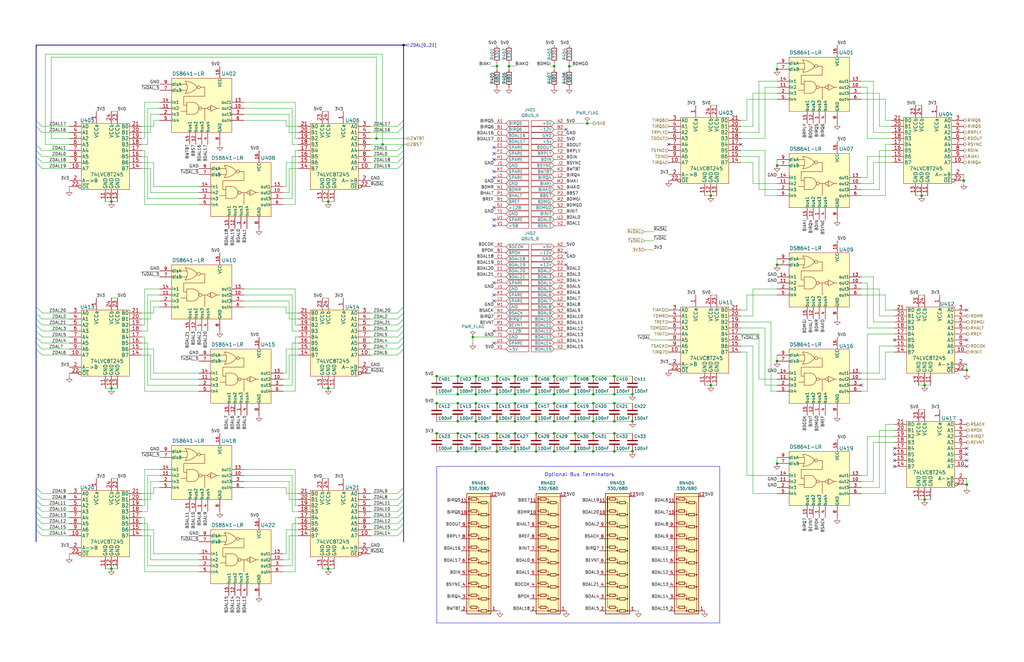
<source format=kicad_sch>
(kicad_sch (version 20230121) (generator eeschema)
  (paper "B")
  (title_block (title "QSIC - QBUS Storage & I/O Card") (date "2022-10-27") (rev "0.4") (company "Vintage Computer Engineering"))
  (junction (at 217.17 158.75))
  (junction (at 388.62 82.55))
  (junction (at 233.68 177.8))
  (junction (at 193.04 190.5))
  (junction (at 250.19 166.37))
  (junction (at 217.17 190.5))
  (junction (at 138.43 85.09))
  (junction (at 266.7 166.37))
  (junction (at 209.55 170.18))
  (junction (at 389.89 210.82))
  (junction (at 233.68 166.37))
  (junction (at 200.66 170.18))
  (junction (at 266.7 190.5))
  (junction (at 200.66 166.37))
  (junction (at 217.17 177.8))
  (junction (at 184.15 182.88))
  (junction (at 242.57 182.88))
  (junction (at 259.08 170.18))
  (junction (at 259.08 182.88))
  (junction (at 226.06 170.18))
  (junction (at 250.19 170.18))
  (junction (at 46.99 85.09))
  (junction (at 200.66 158.75))
  (junction (at 233.68 190.5))
  (junction (at 247.65 52.07))
  (junction (at 200.66 177.8))
  (junction (at 259.08 177.8))
  (junction (at 170.18 19.05))
  (junction (at 327.66 195.58))
  (junction (at 242.57 170.18))
  (junction (at 217.17 182.88))
  (junction (at 266.7 177.8))
  (junction (at 407.67 204.47))
  (junction (at 233.68 158.75))
  (junction (at 209.55 190.5))
  (junction (at 233.68 27.94))
  (junction (at 242.57 190.5))
  (junction (at 200.66 182.88))
  (junction (at 259.08 166.37))
  (junction (at 250.19 177.8))
  (junction (at 161.29 60.96))
  (junction (at 242.57 177.8))
  (junction (at 138.43 240.03))
  (junction (at 158.75 58.42))
  (junction (at 226.06 158.75))
  (junction (at 242.57 158.75))
  (junction (at 209.55 158.75))
  (junction (at 240.03 27.94))
  (junction (at 250.19 158.75))
  (junction (at 199.39 142.24))
  (junction (at 214.63 27.94))
  (junction (at 209.55 177.8))
  (junction (at 299.72 162.56))
  (junction (at 406.4 76.2))
  (junction (at 226.06 166.37))
  (junction (at 233.68 170.18))
  (junction (at 193.04 158.75))
  (junction (at 259.08 158.75))
  (junction (at 327.66 152.4))
  (junction (at 327.66 111.76))
  (junction (at 250.19 190.5))
  (junction (at 46.99 240.03))
  (junction (at 193.04 177.8))
  (junction (at 184.15 158.75))
  (junction (at 193.04 170.18))
  (junction (at 299.72 82.55))
  (junction (at 327.66 29.21))
  (junction (at 138.43 163.83))
  (junction (at 209.55 166.37))
  (junction (at 193.04 182.88))
  (junction (at 217.17 170.18))
  (junction (at 327.66 69.85))
  (junction (at 184.15 170.18))
  (junction (at 226.06 190.5))
  (junction (at 209.55 27.94))
  (junction (at 389.89 162.56))
  (junction (at 233.68 182.88))
  (junction (at 242.57 166.37))
  (junction (at 217.17 166.37))
  (junction (at 407.67 156.21))
  (junction (at 46.99 163.83))
  (junction (at 209.55 182.88))
  (junction (at 226.06 182.88))
  (junction (at 250.19 182.88))
  (junction (at 200.66 190.5))
  (junction (at 226.06 177.8))
  (junction (at 193.04 166.37))
  (junction (at 259.08 190.5))
  (no_connect (at 208.28 92.71))
  (no_connect (at 208.28 67.31))
  (no_connect (at 407.67 194.31))
  (no_connect (at 238.76 111.76))
  (no_connect (at 208.28 95.25))
  (no_connect (at 208.28 64.77))
  (no_connect (at 377.19 189.23))
  (no_connect (at 363.22 162.56))
  (no_connect (at 208.28 72.39))
  (no_connect (at 407.67 130.81))
  (no_connect (at 208.28 127))
  (no_connect (at 281.94 60.96))
  (no_connect (at 377.19 191.77))
  (no_connect (at 208.28 87.63))
  (no_connect (at 377.19 194.31))
  (no_connect (at 238.76 54.61))
  (no_connect (at 312.42 60.96))
  (no_connect (at 208.28 62.23))
  (no_connect (at 208.28 74.93))
  (no_connect (at 238.76 106.68))
  (no_connect (at 407.67 189.23))
  (no_connect (at 208.28 139.7))
  (no_connect (at 208.28 124.46))
  (no_connect (at 407.67 196.85))
  (no_connect (at 407.67 143.51))
  (no_connect (at 377.19 143.51))
  (no_connect (at 208.28 119.38))
  (no_connect (at 377.19 196.85))
  (no_connect (at 407.67 191.77))
  (no_connect (at 208.28 144.78))
  (bus_entry (at 170.18 223.52) (size -2.54 2.54))
  (bus_entry (at 15.24 139.7) (size 2.54 2.54))
  (bus_entry (at 15.24 144.78) (size 2.54 2.54))
  (bus_entry (at 15.24 215.9) (size 2.54 2.54))
  (bus_entry (at 170.18 50.8) (size -2.54 2.54))
  (bus_entry (at 170.18 144.78) (size -2.54 2.54))
  (bus_entry (at 170.18 53.34) (size -2.54 2.54))
  (bus_entry (at 170.18 68.58) (size -2.54 2.54))
  (bus_entry (at 170.18 134.62) (size -2.54 2.54))
  (bus_entry (at 170.18 63.5) (size -2.54 2.54))
  (bus_entry (at 15.24 50.8) (size 2.54 2.54))
  (bus_entry (at 15.24 63.5) (size 2.54 2.54))
  (bus_entry (at 15.24 205.74) (size 2.54 2.54))
  (bus_entry (at 15.24 220.98) (size 2.54 2.54))
  (bus_entry (at 170.18 220.98) (size -2.54 2.54))
  (bus_entry (at 15.24 60.96) (size 2.54 2.54))
  (bus_entry (at 170.18 132.08) (size -2.54 2.54))
  (bus_entry (at 15.24 223.52) (size 2.54 2.54))
  (bus_entry (at 15.24 208.28) (size 2.54 2.54))
  (bus_entry (at 15.24 129.54) (size 2.54 2.54))
  (bus_entry (at 15.24 218.44) (size 2.54 2.54))
  (bus_entry (at 15.24 137.16) (size 2.54 2.54))
  (bus_entry (at 15.24 210.82) (size 2.54 2.54))
  (bus_entry (at 15.24 66.04) (size 2.54 2.54))
  (bus_entry (at 170.18 210.82) (size -2.54 2.54))
  (bus_entry (at 170.18 129.54) (size -2.54 2.54))
  (bus_entry (at 15.24 142.24) (size 2.54 2.54))
  (bus_entry (at 170.18 208.28) (size -2.54 2.54))
  (bus_entry (at 170.18 205.74) (size -2.54 2.54))
  (bus_entry (at 15.24 68.58) (size 2.54 2.54))
  (bus_entry (at 170.18 60.96) (size -2.54 2.54))
  (bus_entry (at 15.24 147.32) (size 2.54 2.54))
  (bus_entry (at 170.18 137.16) (size -2.54 2.54))
  (bus_entry (at 170.18 147.32) (size -2.54 2.54))
  (bus_entry (at 170.18 66.04) (size -2.54 2.54))
  (bus_entry (at 15.24 213.36) (size 2.54 2.54))
  (bus_entry (at 170.18 139.7) (size -2.54 2.54))
  (bus_entry (at 170.18 215.9) (size -2.54 2.54))
  (bus_entry (at 15.24 132.08) (size 2.54 2.54))
  (bus_entry (at 170.18 213.36) (size -2.54 2.54))
  (bus_entry (at 170.18 218.44) (size -2.54 2.54))
  (bus_entry (at 15.24 53.34) (size 2.54 2.54))
  (bus_entry (at 170.18 142.24) (size -2.54 2.54))
  (bus_entry (at 15.24 134.62) (size 2.54 2.54))
  (wire (pts (xy 209.55 177.8) (xy 217.17 177.8)))
  (wire (pts (xy 317.5 77.47) (xy 327.66 77.47)))
  (bus (pts (xy 170.18 210.82) (xy 170.18 213.36)))
  (wire (pts (xy 327.66 193.04) (xy 327.66 195.58)))
  (bus (pts (xy 170.18 132.08) (xy 170.18 134.62)))
  (wire (pts (xy 124.46 86.36) (xy 119.38 86.36)))
  (wire (pts (xy 271.78 97.79) (xy 275.59 97.79)))
  (wire (pts (xy 64.77 233.68) (xy 83.82 233.68)))
  (wire (pts (xy 217.17 166.37) (xy 226.06 166.37)))
  (wire (pts (xy 125.73 220.98) (xy 123.19 220.98)))
  (wire (pts (xy 62.23 60.96) (xy 59.69 60.96)))
  (wire (pts (xy 377.19 146.05) (xy 370.84 146.05)))
  (wire (pts (xy 199.39 142.24) (xy 208.28 142.24)))
  (wire (pts (xy 21.59 24.13) (xy 158.75 24.13)))
  (wire (pts (xy 363.22 41.91) (xy 373.38 41.91)))
  (bus (pts (xy 15.24 213.36) (xy 15.24 215.9)))
  (wire (pts (xy 184.15 166.37) (xy 193.04 166.37)))
  (wire (pts (xy 209.55 170.18) (xy 200.66 170.18)))
  (wire (pts (xy 120.65 205.74) (xy 120.65 208.28)))
  (wire (pts (xy 121.92 134.62) (xy 121.92 127)))
  (wire (pts (xy 233.68 26.67) (xy 233.68 27.94)))
  (wire (pts (xy 29.21 71.12) (xy 17.78 71.12)))
  (wire (pts (xy 259.08 182.88) (xy 250.19 182.88)))
  (wire (pts (xy 389.89 124.46) (xy 387.35 124.46)))
  (wire (pts (xy 67.31 127) (xy 63.5 127)))
  (wire (pts (xy 135.89 163.83) (xy 138.43 163.83)))
  (wire (pts (xy 184.15 177.8) (xy 193.04 177.8)))
  (wire (pts (xy 373.38 60.96) (xy 373.38 82.55)))
  (wire (pts (xy 156.21 149.86) (xy 167.64 149.86)))
  (wire (pts (xy 63.5 203.2) (xy 63.5 210.82)))
  (wire (pts (xy 266.7 170.18) (xy 259.08 170.18)))
  (bus (pts (xy 15.24 19.05) (xy 170.18 19.05)))
  (wire (pts (xy 63.5 71.12) (xy 63.5 81.28)))
  (wire (pts (xy 407.67 156.21) (xy 407.67 157.48)))
  (wire (pts (xy 102.87 43.18) (xy 124.46 43.18)))
  (wire (pts (xy 217.17 177.8) (xy 226.06 177.8)))
  (wire (pts (xy 67.31 198.12) (xy 60.96 198.12)))
  (wire (pts (xy 46.99 163.83) (xy 44.45 163.83)))
  (wire (pts (xy 209.55 27.94) (xy 209.55 29.21)))
  (wire (pts (xy 209.55 166.37) (xy 217.17 166.37)))
  (wire (pts (xy 167.64 208.28) (xy 156.21 208.28)))
  (wire (pts (xy 193.04 190.5) (xy 200.66 190.5)))
  (wire (pts (xy 214.63 26.67) (xy 214.63 27.94)))
  (bus (pts (xy 15.24 215.9) (xy 15.24 218.44)))
  (bus (pts (xy 15.24 205.74) (xy 15.24 208.28)))
  (wire (pts (xy 167.64 147.32) (xy 156.21 147.32)))
  (wire (pts (xy 312.42 135.89) (xy 325.12 135.89)))
  (wire (pts (xy 63.5 81.28) (xy 83.82 81.28)))
  (wire (pts (xy 102.87 45.72) (xy 123.19 45.72)))
  (wire (pts (xy 407.67 156.21) (xy 407.67 153.67)))
  (wire (pts (xy 247.65 52.07) (xy 250.19 52.07)))
  (bus (pts (xy 15.24 134.62) (xy 15.24 137.16)))
  (wire (pts (xy 209.55 26.67) (xy 209.55 27.94)))
  (wire (pts (xy 322.58 63.5) (xy 322.58 82.55)))
  (wire (pts (xy 64.77 129.54) (xy 67.31 129.54)))
  (wire (pts (xy 29.21 66.04) (xy 17.78 66.04)))
  (wire (pts (xy 135.89 125.73) (xy 138.43 125.73)))
  (wire (pts (xy 123.19 124.46) (xy 123.19 139.7)))
  (wire (pts (xy 363.22 116.84) (xy 368.3 116.84)))
  (wire (pts (xy 120.65 129.54) (xy 120.65 132.08)))
  (wire (pts (xy 124.46 121.92) (xy 124.46 137.16)))
  (wire (pts (xy 64.77 147.32) (xy 64.77 157.48)))
  (wire (pts (xy 125.73 137.16) (xy 124.46 137.16)))
  (bus (pts (xy 15.24 220.98) (xy 15.24 223.52)))
  (wire (pts (xy 60.96 165.1) (xy 83.82 165.1)))
  (wire (pts (xy 59.69 208.28) (xy 64.77 208.28)))
  (wire (pts (xy 60.96 213.36) (xy 59.69 213.36)))
  (wire (pts (xy 121.92 81.28) (xy 119.38 81.28)))
  (wire (pts (xy 388.62 82.55) (xy 391.16 82.55)))
  (wire (pts (xy 217.17 190.5) (xy 226.06 190.5)))
  (wire (pts (xy 322.58 82.55) (xy 327.66 82.55)))
  (wire (pts (xy 156.21 215.9) (xy 167.64 215.9)))
  (bus (pts (xy 15.24 147.32) (xy 15.24 205.74)))
  (wire (pts (xy 59.69 226.06) (xy 63.5 226.06)))
  (wire (pts (xy 161.29 60.96) (xy 161.29 22.86)))
  (wire (pts (xy 388.62 44.45) (xy 386.08 44.45)))
  (wire (pts (xy 250.19 158.75) (xy 242.57 158.75)))
  (wire (pts (xy 135.89 46.99) (xy 138.43 46.99)))
  (wire (pts (xy 156.21 210.82) (xy 167.64 210.82)))
  (wire (pts (xy 193.04 170.18) (xy 184.15 170.18)))
  (wire (pts (xy 124.46 43.18) (xy 124.46 58.42)))
  (wire (pts (xy 377.19 133.35) (xy 370.84 133.35)))
  (wire (pts (xy 314.96 124.46) (xy 327.66 124.46)))
  (wire (pts (xy 62.23 162.56) (xy 83.82 162.56)))
  (wire (pts (xy 62.23 124.46) (xy 62.23 139.7)))
  (wire (pts (xy 407.67 204.47) (xy 407.67 205.74)))
  (wire (pts (xy 67.31 203.2) (xy 63.5 203.2)))
  (wire (pts (xy 365.76 36.83) (xy 363.22 36.83)))
  (wire (pts (xy 17.78 142.24) (xy 29.21 142.24)))
  (wire (pts (xy 363.22 121.92) (xy 370.84 121.92)))
  (wire (pts (xy 242.57 166.37) (xy 250.19 166.37)))
  (wire (pts (xy 83.82 83.82) (xy 62.23 83.82)))
  (wire (pts (xy 29.21 78.74) (xy 29.21 80.01)))
  (bus (pts (xy 15.24 144.78) (xy 15.24 147.32)))
  (wire (pts (xy 123.19 144.78) (xy 123.19 162.56)))
  (bus (pts (xy 170.18 60.96) (xy 170.18 63.5)))
  (wire (pts (xy 59.69 66.04) (xy 62.23 66.04)))
  (wire (pts (xy 365.76 58.42) (xy 365.76 36.83)))
  (wire (pts (xy 375.92 50.8) (xy 373.38 50.8)))
  (wire (pts (xy 325.12 135.89) (xy 325.12 165.1)))
  (wire (pts (xy 62.23 200.66) (xy 67.31 200.66)))
  (wire (pts (xy 64.77 208.28) (xy 64.77 205.74)))
  (wire (pts (xy 314.96 148.59) (xy 314.96 200.66)))
  (wire (pts (xy 217.17 27.94) (xy 214.63 27.94)))
  (wire (pts (xy 365.76 140.97) (xy 377.19 140.97)))
  (wire (pts (xy 120.65 50.8) (xy 120.65 53.34)))
  (wire (pts (xy 59.69 132.08) (xy 64.77 132.08)))
  (wire (pts (xy 327.66 29.21) (xy 327.66 26.67)))
  (wire (pts (xy 60.96 218.44) (xy 60.96 241.3)))
  (wire (pts (xy 267.97 257.81) (xy 269.24 257.81)))
  (wire (pts (xy 120.65 157.48) (xy 120.65 147.32)))
  (wire (pts (xy 119.38 233.68) (xy 120.65 233.68)))
  (wire (pts (xy 60.96 142.24) (xy 60.96 165.1)))
  (wire (pts (xy 62.23 238.76) (xy 83.82 238.76)))
  (wire (pts (xy 138.43 163.83) (xy 140.97 163.83)))
  (wire (pts (xy 64.77 205.74) (xy 67.31 205.74)))
  (wire (pts (xy 259.08 166.37) (xy 266.7 166.37)))
  (wire (pts (xy 363.22 77.47) (xy 368.3 77.47)))
  (wire (pts (xy 60.96 218.44) (xy 59.69 218.44)))
  (wire (pts (xy 125.73 210.82) (xy 121.92 210.82)))
  (wire (pts (xy 209.55 158.75) (xy 200.66 158.75)))
  (wire (pts (xy 29.21 149.86) (xy 17.78 149.86)))
  (wire (pts (xy 123.19 200.66) (xy 123.19 215.9)))
  (wire (pts (xy 226.06 158.75) (xy 217.17 158.75)))
  (wire (pts (xy 250.19 182.88) (xy 242.57 182.88)))
  (wire (pts (xy 119.38 157.48) (xy 120.65 157.48)))
  (bus (pts (xy 15.24 63.5) (xy 15.24 66.04)))
  (wire (pts (xy 302.26 82.55) (xy 299.72 82.55)))
  (wire (pts (xy 226.06 182.88) (xy 217.17 182.88)))
  (wire (pts (xy 217.17 170.18) (xy 209.55 170.18)))
  (wire (pts (xy 327.66 69.85) (xy 327.66 67.31)))
  (wire (pts (xy 67.31 43.18) (xy 60.96 43.18)))
  (wire (pts (xy 64.77 78.74) (xy 83.82 78.74)))
  (wire (pts (xy 312.42 63.5) (xy 322.58 63.5)))
  (wire (pts (xy 266.7 158.75) (xy 259.08 158.75)))
  (wire (pts (xy 59.69 71.12) (xy 63.5 71.12)))
  (wire (pts (xy 125.73 213.36) (xy 124.46 213.36)))
  (wire (pts (xy 17.78 218.44) (xy 29.21 218.44)))
  (wire (pts (xy 368.3 203.2) (xy 363.22 203.2)))
  (bus (pts (xy 170.18 208.28) (xy 170.18 210.82)))
  (wire (pts (xy 317.5 133.35) (xy 317.5 121.92)))
  (wire (pts (xy 62.23 215.9) (xy 59.69 215.9)))
  (wire (pts (xy 102.87 129.54) (xy 120.65 129.54)))
  (wire (pts (xy 242.57 177.8) (xy 250.19 177.8)))
  (wire (pts (xy 320.04 55.88) (xy 312.42 55.88)))
  (wire (pts (xy 123.19 66.04) (xy 123.19 83.82)))
  (wire (pts (xy 167.64 132.08) (xy 156.21 132.08)))
  (wire (pts (xy 386.08 82.55) (xy 388.62 82.55)))
  (wire (pts (xy 250.19 177.8) (xy 259.08 177.8)))
  (wire (pts (xy 209.55 257.81) (xy 210.82 257.81)))
  (wire (pts (xy 299.72 124.46) (xy 302.26 124.46)))
  (wire (pts (xy 406.4 73.66) (xy 406.4 76.2)))
  (wire (pts (xy 327.66 200.66) (xy 314.96 200.66)))
  (wire (pts (xy 314.96 50.8) (xy 312.42 50.8)))
  (wire (pts (xy 368.3 186.69) (xy 368.3 203.2)))
  (wire (pts (xy 320.04 160.02) (xy 327.66 160.02)))
  (wire (pts (xy 125.73 149.86) (xy 121.92 149.86)))
  (wire (pts (xy 46.99 85.09) (xy 44.45 85.09)))
  (wire (pts (xy 17.78 223.52) (xy 29.21 223.52)))
  (wire (pts (xy 363.22 74.93) (xy 365.76 74.93)))
  (wire (pts (xy 167.64 223.52) (xy 156.21 223.52)))
  (wire (pts (xy 312.42 130.81) (xy 314.96 130.81)))
  (wire (pts (xy 121.92 127) (xy 102.87 127)))
  (wire (pts (xy 123.19 215.9) (xy 125.73 215.9)))
  (wire (pts (xy 226.06 166.37) (xy 233.68 166.37)))
  (wire (pts (xy 124.46 198.12) (xy 124.46 213.36)))
  (wire (pts (xy 156.21 139.7) (xy 167.64 139.7)))
  (wire (pts (xy 240.03 27.94) (xy 240.03 29.21)))
  (wire (pts (xy 199.39 142.24) (xy 199.39 144.78)))
  (bus (pts (xy 170.18 223.52) (xy 170.18 228.6)))
  (wire (pts (xy 125.73 55.88) (xy 121.92 55.88)))
  (wire (pts (xy 389.89 210.82) (xy 392.43 210.82)))
  (wire (pts (xy 125.73 226.06) (xy 121.92 226.06)))
  (wire (pts (xy 363.22 205.74) (xy 370.84 205.74)))
  (wire (pts (xy 297.18 162.56) (xy 299.72 162.56)))
  (wire (pts (xy 83.82 241.3) (xy 60.96 241.3)))
  (wire (pts (xy 370.84 205.74) (xy 370.84 181.61)))
  (wire (pts (xy 156.21 144.78) (xy 167.64 144.78)))
  (wire (pts (xy 271.78 101.6) (xy 275.59 101.6)))
  (bus (pts (xy 15.24 60.96) (xy 15.24 63.5)))
  (wire (pts (xy 299.72 44.45) (xy 302.26 44.45)))
  (wire (pts (xy 124.46 63.5) (xy 125.73 63.5)))
  (wire (pts (xy 274.32 143.51) (xy 281.94 143.51)))
  (bus (pts (xy 170.18 220.98) (xy 170.18 223.52)))
  (wire (pts (xy 259.08 158.75) (xy 250.19 158.75)))
  (wire (pts (xy 242.57 170.18) (xy 233.68 170.18)))
  (wire (pts (xy 167.64 142.24) (xy 156.21 142.24)))
  (bus (pts (xy 15.24 66.04) (xy 15.24 68.58)))
  (wire (pts (xy 49.53 201.93) (xy 46.99 201.93)))
  (wire (pts (xy 125.73 134.62) (xy 121.92 134.62)))
  (wire (pts (xy 312.42 138.43) (xy 322.58 138.43)))
  (wire (pts (xy 156.21 134.62) (xy 167.64 134.62)))
  (wire (pts (xy 200.66 177.8) (xy 209.55 177.8)))
  (wire (pts (xy 368.3 135.89) (xy 377.19 135.89)))
  (wire (pts (xy 389.89 162.56) (xy 392.43 162.56)))
  (wire (pts (xy 60.96 63.5) (xy 60.96 86.36)))
  (bus (pts (xy 170.18 147.32) (xy 170.18 205.74)))
  (wire (pts (xy 184.15 182.88) (xy 182.88 182.88)))
  (wire (pts (xy 125.73 66.04) (xy 123.19 66.04)))
  (wire (pts (xy 156.21 220.98) (xy 167.64 220.98)))
  (wire (pts (xy 314.96 130.81) (xy 314.96 124.46)))
  (wire (pts (xy 124.46 198.12) (xy 102.87 198.12)))
  (bus (pts (xy 15.24 137.16) (xy 15.24 139.7)))
  (wire (pts (xy 363.22 165.1) (xy 365.76 165.1)))
  (polyline (pts (xy 303.53 262.89) (xy 184.15 262.89)))
  (wire (pts (xy 320.04 66.04) (xy 320.04 80.01)))
  (wire (pts (xy 29.21 134.62) (xy 17.78 134.62)))
  (wire (pts (xy 60.96 43.18) (xy 60.96 58.42)))
  (wire (pts (xy 167.64 68.58) (xy 156.21 68.58)))
  (wire (pts (xy 368.3 34.29) (xy 363.22 34.29)))
  (wire (pts (xy 60.96 198.12) (xy 60.96 213.36)))
  (wire (pts (xy 370.84 157.48) (xy 370.84 146.05)))
  (wire (pts (xy 377.19 186.69) (xy 368.3 186.69)))
  (wire (pts (xy 102.87 205.74) (xy 120.65 205.74)))
  (wire (pts (xy 226.06 177.8) (xy 233.68 177.8)))
  (wire (pts (xy 209.55 182.88) (xy 200.66 182.88)))
  (bus (pts (xy 15.24 19.05) (xy 15.24 50.8)))
  (wire (pts (xy 226.06 170.18) (xy 217.17 170.18)))
  (bus (pts (xy 170.18 19.05) (xy 171.45 19.05)))
  (wire (pts (xy 312.42 148.59) (xy 314.96 148.59)))
  (wire (pts (xy 184.15 158.75) (xy 182.88 158.75)))
  (bus (pts (xy 170.18 142.24) (xy 170.18 144.78)))
  (wire (pts (xy 60.96 121.92) (xy 60.96 137.16)))
  (wire (pts (xy 370.84 121.92) (xy 370.84 133.35)))
  (wire (pts (xy 121.92 149.86) (xy 121.92 160.02)))
  (wire (pts (xy 368.3 68.58) (xy 375.92 68.58)))
  (bus (pts (xy 170.18 68.58) (xy 170.18 129.54)))
  (wire (pts (xy 373.38 160.02) (xy 373.38 148.59)))
  (wire (pts (xy 62.23 45.72) (xy 62.23 60.96)))
  (wire (pts (xy 322.58 36.83) (xy 322.58 58.42)))
  (wire (pts (xy 67.31 48.26) (xy 63.5 48.26)))
  (wire (pts (xy 62.23 220.98) (xy 62.23 238.76)))
  (wire (pts (xy 317.5 53.34) (xy 317.5 39.37)))
  (wire (pts (xy 123.19 220.98) (xy 123.19 238.76)))
  (wire (pts (xy 322.58 138.43) (xy 322.58 162.56)))
  (wire (pts (xy 193.04 182.88) (xy 184.15 182.88)))
  (wire (pts (xy 17.78 147.32) (xy 29.21 147.32)))
  (wire (pts (xy 242.57 182.88) (xy 233.68 182.88)))
  (bus (pts (xy 15.24 53.34) (xy 15.24 60.96)))
  (wire (pts (xy 373.38 41.91) (xy 373.38 50.8)))
  (wire (pts (xy 59.69 223.52) (xy 64.77 223.52)))
  (wire (pts (xy 21.59 58.42) (xy 21.59 24.13)))
  (wire (pts (xy 363.22 80.01) (xy 370.84 80.01)))
  (wire (pts (xy 320.04 80.01) (xy 327.66 80.01)))
  (wire (pts (xy 59.69 53.34) (xy 64.77 53.34)))
  (wire (pts (xy 365.76 119.38) (xy 365.76 138.43)))
  (wire (pts (xy 184.15 190.5) (xy 193.04 190.5)))
  (wire (pts (xy 19.05 22.86) (xy 19.05 60.96)))
  (wire (pts (xy 363.22 39.37) (xy 370.84 39.37)))
  (wire (pts (xy 120.65 233.68) (xy 120.65 223.52)))
  (wire (pts (xy 233.68 170.18) (xy 226.06 170.18)))
  (wire (pts (xy 363.22 124.46) (xy 373.38 124.46)))
  (wire (pts (xy 124.46 63.5) (xy 124.46 86.36)))
  (wire (pts (xy 240.03 26.67) (xy 240.03 27.94)))
  (wire (pts (xy 299.72 82.55) (xy 297.18 82.55)))
  (wire (pts (xy 233.68 27.94) (xy 232.41 27.94)))
  (wire (pts (xy 327.66 111.76) (xy 327.66 109.22)))
  (bus (pts (xy 15.24 208.28) (xy 15.24 210.82)))
  (wire (pts (xy 373.38 208.28) (xy 363.22 208.28)))
  (wire (pts (xy 17.78 63.5) (xy 29.21 63.5)))
  (wire (pts (xy 322.58 162.56) (xy 327.66 162.56)))
  (wire (pts (xy 60.96 137.16) (xy 59.69 137.16)))
  (wire (pts (xy 17.78 208.28) (xy 29.21 208.28)))
  (wire (pts (xy 64.77 157.48) (xy 83.82 157.48)))
  (wire (pts (xy 373.38 130.81) (xy 377.19 130.81)))
  (wire (pts (xy 121.92 55.88) (xy 121.92 48.26)))
  (wire (pts (xy 49.53 163.83) (xy 46.99 163.83)))
  (wire (pts (xy 102.87 124.46) (xy 123.19 124.46)))
  (wire (pts (xy 135.89 240.03) (xy 138.43 240.03)))
  (wire (pts (xy 29.21 233.68) (xy 29.21 234.95)))
  (wire (pts (xy 167.64 63.5) (xy 156.21 63.5)))
  (wire (pts (xy 200.66 166.37) (xy 209.55 166.37)))
  (wire (pts (xy 123.19 60.96) (xy 125.73 60.96)))
  (wire (pts (xy 121.92 203.2) (xy 102.87 203.2)))
  (wire (pts (xy 59.69 149.86) (xy 63.5 149.86)))
  (wire (pts (xy 161.29 60.96) (xy 170.18 60.96)))
  (wire (pts (xy 62.23 144.78) (xy 62.23 162.56)))
  (wire (pts (xy 370.84 39.37) (xy 370.84 53.34)))
  (wire (pts (xy 184.15 170.18) (xy 182.88 170.18)))
  (wire (pts (xy 266.7 182.88) (xy 259.08 182.88)))
  (wire (pts (xy 327.66 39.37) (xy 317.5 39.37)))
  (bus (pts (xy 15.24 218.44) (xy 15.24 220.98)))
  (wire (pts (xy 368.3 116.84) (xy 368.3 135.89)))
  (wire (pts (xy 49.53 125.73) (xy 46.99 125.73)))
  (wire (pts (xy 49.53 240.03) (xy 46.99 240.03)))
  (bus (pts (xy 170.18 213.36) (xy 170.18 215.9)))
  (wire (pts (xy 156.21 60.96) (xy 161.29 60.96)))
  (wire (pts (xy 312.42 133.35) (xy 317.5 133.35)))
  (wire (pts (xy 193.04 166.37) (xy 200.66 166.37)))
  (wire (pts (xy 59.69 220.98) (xy 62.23 220.98)))
  (wire (pts (xy 124.46 218.44) (xy 124.46 241.3)))
  (wire (pts (xy 46.99 240.03) (xy 44.45 240.03)))
  (wire (pts (xy 370.84 181.61) (xy 377.19 181.61)))
  (wire (pts (xy 233.68 158.75) (xy 226.06 158.75)))
  (wire (pts (xy 370.84 63.5) (xy 375.92 63.5)))
  (wire (pts (xy 60.96 63.5) (xy 59.69 63.5)))
  (wire (pts (xy 17.78 53.34) (xy 29.21 53.34)))
  (wire (pts (xy 365.76 138.43) (xy 377.19 138.43)))
  (wire (pts (xy 233.68 177.8) (xy 242.57 177.8)))
  (wire (pts (xy 29.21 139.7) (xy 17.78 139.7)))
  (wire (pts (xy 156.21 137.16) (xy 167.64 137.16)))
  (wire (pts (xy 363.22 157.48) (xy 370.84 157.48)))
  (wire (pts (xy 233.68 27.94) (xy 233.68 29.21)))
  (wire (pts (xy 156.21 55.88) (xy 167.64 55.88)))
  (wire (pts (xy 233.68 182.88) (xy 226.06 182.88)))
  (wire (pts (xy 124.46 165.1) (xy 119.38 165.1)))
  (wire (pts (xy 387.35 172.72) (xy 389.89 172.72)))
  (wire (pts (xy 327.66 149.86) (xy 327.66 152.4)))
  (wire (pts (xy 217.17 158.75) (xy 209.55 158.75)))
  (wire (pts (xy 63.5 160.02) (xy 83.82 160.02)))
  (wire (pts (xy 312.42 68.58) (xy 317.5 68.58)))
  (polyline (pts (xy 184.15 262.89) (xy 184.15 196.85)))
  (wire (pts (xy 119.38 162.56) (xy 123.19 162.56)))
  (wire (pts (xy 59.69 134.62) (xy 63.5 134.62)))
  (wire (pts (xy 125.73 71.12) (xy 121.92 71.12)))
  (bus (pts (xy 170.18 129.54) (xy 170.18 132.08)))
  (wire (pts (xy 299.72 162.56) (xy 302.26 162.56)))
  (bus (pts (xy 170.18 205.74) (xy 170.18 208.28)))
  (wire (pts (xy 59.69 210.82) (xy 63.5 210.82)))
  (wire (pts (xy 156.21 66.04) (xy 167.64 66.04)))
  (wire (pts (xy 407.67 204.47) (xy 407.67 201.93)))
  (wire (pts (xy 17.78 132.08) (xy 29.21 132.08)))
  (wire (pts (xy 317.5 208.28) (xy 327.66 208.28)))
  (wire (pts (xy 63.5 236.22) (xy 63.5 226.06)))
  (wire (pts (xy 62.23 124.46) (xy 67.31 124.46)))
  (wire (pts (xy 259.08 190.5) (xy 266.7 190.5)))
  (wire (pts (xy 60.96 58.42) (xy 59.69 58.42)))
  (wire (pts (xy 370.84 53.34) (xy 375.92 53.34)))
  (wire (pts (xy 259.08 170.18) (xy 250.19 170.18)))
  (wire (pts (xy 312.42 66.04) (xy 320.04 66.04)))
  (wire (pts (xy 119.38 238.76) (xy 123.19 238.76)))
  (wire (pts (xy 170.18 60.96) (xy 171.45 60.96)))
  (wire (pts (xy 320.04 34.29) (xy 320.04 55.88)))
  (wire (pts (xy 365.76 74.93) (xy 365.76 66.04)))
  (bus (pts (xy 15.24 129.54) (xy 15.24 132.08)))
  (wire (pts (xy 64.77 132.08) (xy 64.77 129.54)))
  (wire (pts (xy 365.76 184.15) (xy 377.19 184.15)))
  (wire (pts (xy 156.21 226.06) (xy 167.64 226.06)))
  (wire (pts (xy 375.92 55.88) (xy 368.3 55.88)))
  (wire (pts (xy 125.73 147.32) (xy 120.65 147.32)))
  (wire (pts (xy 125.73 58.42) (xy 124.46 58.42)))
  (wire (pts (xy 29.21 157.48) (xy 29.21 158.75)))
  (wire (pts (xy 327.66 41.91) (xy 314.96 41.91)))
  (bus (pts (xy 15.24 68.58) (xy 15.24 129.54)))
  (wire (pts (xy 317.5 121.92) (xy 327.66 121.92)))
  (wire (pts (xy 125.73 223.52) (xy 120.65 223.52)))
  (wire (pts (xy 64.77 223.52) (xy 64.77 233.68)))
  (wire (pts (xy 363.22 82.55) (xy 373.38 82.55)))
  (wire (pts (xy 121.92 210.82) (xy 121.92 203.2)))
  (wire (pts (xy 125.73 208.28) (xy 120.65 208.28)))
  (wire (pts (xy 217.17 182.88) (xy 209.55 182.88)))
  (wire (pts (xy 259.08 177.8) (xy 266.7 177.8)))
  (wire (pts (xy 124.46 121.92) (xy 102.87 121.92)))
  (wire (pts (xy 29.21 215.9) (xy 17.78 215.9)))
  (bus (pts (xy 15.24 223.52) (xy 15.24 228.6)))
  (wire (pts (xy 209.55 27.94) (xy 207.01 27.94)))
  (wire (pts (xy 29.21 144.78) (xy 17.78 144.78)))
  (bus (pts (xy 15.24 210.82) (xy 15.24 213.36)))
  (wire (pts (xy 312.42 58.42) (xy 322.58 58.42)))
  (bus (pts (xy 170.18 53.34) (xy 170.18 60.96)))
  (wire (pts (xy 373.38 179.07) (xy 373.38 208.28)))
  (wire (pts (xy 312.42 53.34) (xy 317.5 53.34)))
  (wire (pts (xy 167.64 218.44) (xy 156.21 218.44)))
  (wire (pts (xy 124.46 218.44) (xy 125.73 218.44)))
  (wire (pts (xy 67.31 121.92) (xy 60.96 121.92)))
  (bus (pts (xy 170.18 63.5) (xy 170.18 66.04)))
  (wire (pts (xy 156.21 213.36) (xy 167.64 213.36)))
  (wire (pts (xy 365.76 165.1) (xy 365.76 140.97)))
  (wire (pts (xy 124.46 241.3) (xy 119.38 241.3)))
  (wire (pts (xy 119.38 78.74) (xy 120.65 78.74)))
  (wire (pts (xy 29.21 137.16) (xy 17.78 137.16)))
  (wire (pts (xy 200.66 158.75) (xy 193.04 158.75)))
  (wire (pts (xy 363.22 119.38) (xy 365.76 119.38)))
  (wire (pts (xy 368.3 77.47) (xy 368.3 68.58)))
  (wire (pts (xy 119.38 83.82) (xy 123.19 83.82)))
  (wire (pts (xy 193.04 177.8) (xy 200.66 177.8)))
  (wire (pts (xy 59.69 144.78) (xy 62.23 144.78)))
  (wire (pts (xy 365.76 200.66) (xy 365.76 184.15)))
  (wire (pts (xy 167.64 53.34) (xy 156.21 53.34)))
  (wire (pts (xy 158.75 58.42) (xy 171.45 58.42)))
  (bus (pts (xy 15.24 132.08) (xy 15.24 134.62)))
  (wire (pts (xy 320.04 140.97) (xy 320.04 160.02)))
  (wire (pts (xy 226.06 190.5) (xy 233.68 190.5)))
  (wire (pts (xy 375.92 66.04) (xy 365.76 66.04)))
  (wire (pts (xy 29.21 220.98) (xy 17.78 220.98)))
  (wire (pts (xy 214.63 27.94) (xy 214.63 29.21)))
  (wire (pts (xy 64.77 53.34) (xy 64.77 50.8)))
  (bus (pts (xy 170.18 215.9) (xy 170.18 218.44)))
  (wire (pts (xy 241.3 27.94) (xy 240.03 27.94)))
  (bus (pts (xy 15.24 50.8) (xy 15.24 53.34)))
  (wire (pts (xy 62.23 139.7) (xy 59.69 139.7)))
  (wire (pts (xy 250.19 190.5) (xy 259.08 190.5)))
  (wire (pts (xy 102.87 48.26) (xy 121.92 48.26)))
  (wire (pts (xy 377.19 179.07) (xy 373.38 179.07)))
  (wire (pts (xy 59.69 55.88) (xy 63.5 55.88)))
  (wire (pts (xy 121.92 160.02) (xy 119.38 160.02)))
  (wire (pts (xy 406.4 76.2) (xy 406.4 77.47)))
  (wire (pts (xy 29.21 210.82) (xy 17.78 210.82)))
  (polyline (pts (xy 303.53 196.85) (xy 303.53 262.89)))
  (wire (pts (xy 63.5 127) (xy 63.5 134.62)))
  (bus (pts (xy 170.18 144.78) (xy 170.18 147.32)))
  (wire (pts (xy 200.66 182.88) (xy 193.04 182.88)))
  (wire (pts (xy 193.04 158.75) (xy 184.15 158.75)))
  (wire (pts (xy 123.19 45.72) (xy 123.19 60.96)))
  (wire (pts (xy 158.75 24.13) (xy 158.75 58.42)))
  (wire (pts (xy 62.23 45.72) (xy 67.31 45.72)))
  (bus (pts (xy 170.18 137.16) (xy 170.18 139.7)))
  (wire (pts (xy 135.89 85.09) (xy 138.43 85.09)))
  (wire (pts (xy 29.21 213.36) (xy 17.78 213.36)))
  (wire (pts (xy 125.73 68.58) (xy 120.65 68.58)))
  (wire (pts (xy 125.73 144.78) (xy 123.19 144.78)))
  (wire (pts (xy 200.66 170.18) (xy 193.04 170.18)))
  (wire (pts (xy 373.38 60.96) (xy 375.92 60.96)))
  (wire (pts (xy 63.5 48.26) (xy 63.5 55.88)))
  (wire (pts (xy 59.69 147.32) (xy 64.77 147.32)))
  (bus (pts (xy 170.18 218.44) (xy 170.18 220.98)))
  (wire (pts (xy 125.73 132.08) (xy 120.65 132.08)))
  (wire (pts (xy 161.29 22.86) (xy 19.05 22.86)))
  (wire (pts (xy 363.22 200.66) (xy 365.76 200.66)))
  (wire (pts (xy 387.35 210.82) (xy 389.89 210.82)))
  (bus (pts (xy 170.18 19.05) (xy 170.18 50.8)))
  (wire (pts (xy 60.96 86.36) (xy 83.82 86.36)))
  (wire (pts (xy 325.12 165.1) (xy 327.66 165.1)))
  (wire (pts (xy 125.73 53.34) (xy 120.65 53.34)))
  (wire (pts (xy 49.53 46.99) (xy 46.99 46.99)))
  (wire (pts (xy 29.21 60.96) (xy 19.05 60.96)))
  (wire (pts (xy 317.5 146.05) (xy 317.5 208.28)))
  (wire (pts (xy 124.46 142.24) (xy 125.73 142.24)))
  (wire (pts (xy 120.65 68.58) (xy 120.65 78.74)))
  (wire (pts (xy 312.42 140.97) (xy 320.04 140.97)))
  (wire (pts (xy 156.21 71.12) (xy 167.64 71.12)))
  (wire (pts (xy 17.78 68.58) (xy 29.21 68.58)))
  (wire (pts (xy 29.21 58.42) (xy 21.59 58.42)))
  (wire (pts (xy 64.77 50.8) (xy 67.31 50.8)))
  (wire (pts (xy 62.23 66.04) (xy 62.23 83.82)))
  (wire (pts (xy 121.92 236.22) (xy 119.38 236.22)))
  (wire (pts (xy 59.69 68.58) (xy 64.77 68.58)))
  (wire (pts (xy 102.87 200.66) (xy 123.19 200.66)))
  (wire (pts (xy 363.22 160.02) (xy 373.38 160.02)))
  (wire (pts (xy 373.38 148.59) (xy 377.19 148.59)))
  (wire (pts (xy 62.23 200.66) (xy 62.23 215.9)))
  (wire (pts (xy 238.76 52.07) (xy 247.65 52.07)))
  (wire (pts (xy 29.21 55.88) (xy 17.78 55.88)))
  (wire (pts (xy 121.92 71.12) (xy 121.92 81.28)))
  (wire (pts (xy 233.68 166.37) (xy 242.57 166.37)))
  (wire (pts (xy 373.38 124.46) (xy 373.38 130.81)))
  (bus (pts (xy 170.18 139.7) (xy 170.18 142.24)))
  (wire (pts (xy 123.19 139.7) (xy 125.73 139.7)))
  (wire (pts (xy 135.89 201.93) (xy 138.43 201.93)))
  (bus (pts (xy 15.24 142.24) (xy 15.24 144.78)))
  (wire (pts (xy 138.43 85.09) (xy 140.97 85.09)))
  (wire (pts (xy 121.92 226.06) (xy 121.92 236.22)))
  (wire (pts (xy 320.04 34.29) (xy 327.66 34.29)))
  (wire (pts (xy 209.55 190.5) (xy 217.17 190.5)))
  (wire (pts (xy 138.43 240.03) (xy 140.97 240.03)))
  (wire (pts (xy 83.82 236.22) (xy 63.5 236.22)))
  (wire (pts (xy 29.21 226.06) (xy 17.78 226.06)))
  (wire (pts (xy 327.66 36.83) (xy 322.58 36.83)))
  (wire (pts (xy 368.3 55.88) (xy 368.3 34.29)))
  (wire (pts (xy 124.46 142.24) (xy 124.46 165.1)))
  (wire (pts (xy 314.96 41.91) (xy 314.96 50.8)))
  (bus (pts (xy 170.18 134.62) (xy 170.18 137.16)))
  (wire (pts (xy 60.96 142.24) (xy 59.69 142.24)))
  (bus (pts (xy 170.18 66.04) (xy 170.18 68.58)))
  (wire (pts (xy 49.53 85.09) (xy 46.99 85.09)))
  (wire (pts (xy 242.57 190.5) (xy 250.19 190.5)))
  (wire (pts (xy 102.87 50.8) (xy 120.65 50.8)))
  (polyline (pts (xy 184.15 196.85) (xy 303.53 196.85)))
  (wire (pts (xy 312.42 146.05) (xy 317.5 146.05)))
  (wire (pts (xy 387.35 162.56) (xy 389.89 162.56)))
  (wire (pts (xy 63.5 149.86) (xy 63.5 160.02)))
  (wire (pts (xy 370.84 63.5) (xy 370.84 80.01)))
  (wire (pts (xy 242.57 158.75) (xy 233.68 158.75)))
  (wire (pts (xy 250.19 166.37) (xy 259.08 166.37)))
  (wire (pts (xy 271.78 105.41) (xy 275.59 105.41)))
  (wire (pts (xy 317.5 68.58) (xy 317.5 77.47)))
  (bus (pts (xy 15.24 139.7) (xy 15.24 142.24)))
  (wire (pts (xy 156.21 58.42) (xy 158.75 58.42)))
  (wire (pts (xy 233.68 190.5) (xy 242.57 190.5)))
  (wire (pts (xy 250.19 170.18) (xy 242.57 170.18)))
  (bus (pts (xy 170.18 50.8) (xy 170.18 53.34)))
  (wire (pts (xy 64.77 68.58) (xy 64.77 78.74)))
  (wire (pts (xy 365.76 58.42) (xy 375.92 58.42)))
  (wire (pts (xy 200.66 190.5) (xy 209.55 190.5)))
  (text "Optional Bus Terminators" (at 259.08 201.295 0) (effects (font (size 1.524 1.524)) (justify right bottom)))
  (label "5V0" (at 353.06 142.24 0))
  (label "BDAL8" (at 281.94 222.25 180))
  (label "ZDAL6" (at 157.48 149.86 0))
  (label "BDMGO" (at 238.76 87.63 0))
  (label "3V3" (at 281.94 73.66 180))
  (label "~{RxDAL}" (at 156.21 233.68 0))
  (label "BIAKO" (at 217.17 27.94 0))
  (label "5V0" (at 238.76 104.14 0))
  (label "BDAL18" (at 96.52 96.52 270))
  (label "BIRQ7" (at 208.28 134.62 180))
  (label "BRPLY" (at 238.76 64.77 0))
  (label "ZDAL11" (at 27.94 213.36 180))
  (label "5V0" (at 92.71 106.68 180))
  (label "BDAL4" (at 252.73 252.73 180))
  (label "BDAL14" (at 99.06 251.46 270))
  (label "3V3" (at 394.97 44.45 180))
  (label "~{RxDAL}" (at 275.59 97.79 0))
  (label "5V0" (at 209.55 209.55 0))
  (label "ZDAL12" (at 27.94 220.98 180))
  (label "GND" (at 238.76 57.15 0))
  (label "BDAL6" (at 238.76 124.46 0))
  (label "BDAL2" (at 252.73 222.25 180))
  (label "ZDAL21" (at 27.94 137.16 180))
  (label "BIAKI" (at 207.01 27.94 180))
  (label "~{TxDAL_5}" (at 83.82 152.4 180))
  (label "BDAL21" (at 80.01 139.7 270))
  (label "GND" (at 327.66 157.48 180))
  (label "3V3" (at 29.21 76.2 180))
  (label "5V0" (at 238.76 209.55 0))
  (label "GND" (at 67.31 35.56 180))
  (label "BDAL10" (at 82.55 215.9 270))
  (label "ZDAL13" (at 157.48 218.44 0))
  (label "BDAL4" (at 238.76 119.38 0))
  (label "BDAL7" (at 96.52 175.26 270))
  (label "BSYNC" (at 194.31 247.65 180))
  (label "BDAL20" (at 252.73 217.17 180))
  (label "BWTBT" (at 80.01 60.96 270))
  (label "ZDAL14" (at 157.48 226.06 0))
  (label "BDIN" (at 194.31 242.57 180))
  (label "BEVNT" (at 252.73 237.49 180))
  (label "BDAL12" (at 101.6 251.46 270))
  (label "GND" (at 208.28 121.92 180))
  (label "5V0" (at 109.22 63.5 180))
  (label "ZDAL6" (at 27.94 149.86 180))
  (label "BIRQ5" (at 208.28 52.07 180))
  (label "BPOK" (at 345.44 218.44 270))
  (label "BDAL10" (at 281.94 232.41 180))
  (label "BDAL12" (at 281.94 242.57 180))
  (label "BBS7" (at 223.52 212.09 180))
  (label "3V3" (at 144.78 125.73 180))
  (label "BDAL8" (at 238.76 129.54 0))
  (label "ZDAL19" (at 27.94 71.12 180))
  (label "3V3" (at 40.64 201.93 0))
  (label "BDAL8" (at 85.09 215.9 270))
  (label "~{RxDAL}" (at 156.21 78.74 0))
  (label "BDAL19" (at 99.06 96.52 270))
  (label "BDAL11" (at 80.01 215.9 270))
  (label "3V3" (at 396.24 124.46 180))
  (label "~{TxDAL_5}" (at 67.31 193.04 180))
  (label "3V3" (at 40.64 125.73 0))
  (label "BDOUT" (at 194.31 222.25 180))
  (label "GND" (at 156.21 231.14 0))
  (label "BDAL16" (at 194.31 232.41 180))
  (label "BDAL15" (at 238.76 147.32 0))
  (label "BDOUT" (at 238.76 62.23 0))
  (label "~{TxDAL}" (at 275.59 101.6 0))
  (label "BBS7" (at 82.55 60.96 270))
  (label "BDAL3" (at 238.76 116.84 0))
  (label "BDAL9" (at 281.94 227.33 180))
  (label "ZDAL13" (at 27.94 218.44 180))
  (label "3V3" (at 281.94 153.67 180))
  (label "BIRQ6" (at 208.28 54.61 180))
  (label "ZDAL1" (at 157.48 63.5 0))
  (label "5V0" (at 238.76 52.07 0))
  (label "ZDAL15" (at 157.48 223.52 0))
  (label "5V0" (at 297.18 209.55 0))
  (label "ZDAL0" (at 157.48 66.04 0))
  (label "BIRQ4" (at 238.76 74.93 0))
  (label "ZDAL17" (at 27.94 53.34 180))
  (label "BWTBT" (at 238.76 72.39 0))
  (label "BIRQ7" (at 252.73 232.41 180))
  (label "BIAKI" (at 238.76 77.47 0))
  (label "ZDAL14" (at 27.94 226.06 180))
  (label "BDAL0" (at 101.6 96.52 270))
  (label "GND" (at 67.31 190.5 180))
  (label "ZDAL18" (at 27.94 68.58 180))
  (label "ZDAL19" (at 157.48 71.12 0))
  (label "ZDAL17" (at 157.48 53.34 0))
  (label "BDMR" (at 345.44 134.62 270))
  (label "5V0" (at 135.89 201.93 180))
  (label "BDAL5" (at 238.76 121.92 0))
  (label "BDAL12" (at 238.76 139.7 0))
  (label "BDAL10" (at 238.76 134.62 0))
  (label "BIRQ6" (at 194.31 217.17 180))
  (label "BIRQ7" (at 340.36 218.44 270))
  (label "ZDAL8" (at 27.94 210.82 180))
  (label "BDAL20" (at 208.28 114.3 180))
  (label "BDAL15" (at 96.52 251.46 270))
  (label "ZDAL11" (at 157.48 213.36 0))
  (label "BDAL3" (at 82.55 139.7 270))
  (label "BDIN" (at 345.44 92.71 270))
  (label "BWTBT" (at 194.31 257.81 180))
  (label "5V0" (at 214.63 19.05 180))
  (label "GND" (at 327.66 74.93 180))
  (label "5V0" (at 209.55 19.05 180))
  (label "5V0" (at 182.88 170.18 180))
  (label "5V0" (at 353.06 19.05 0))
  (label "ZDAL15" (at 27.94 223.52 180))
  (label "5V0" (at 238.76 59.69 0))
  (label "BDMGI" (at 232.41 27.94 180))
  (label "GND" (at 208.28 142.24 180))
  (label "ZDAL9" (at 157.48 208.28 0))
  (label "5V0" (at 233.68 19.05 180))
  (label "BDIN" (at 238.76 67.31 0))
  (label "ZDAL18" (at 157.48 68.58 0))
  (label "BDOUT" (at 342.9 52.07 270))
  (label "3V3" (at 275.59 105.41 0))
  (label "BREF" (at 208.28 85.09 180))
  (label "BIAKI" (at 340.36 92.71 270))
  (label "ZDAL10" (at 157.48 215.9 0))
  (label "BDAL17" (at 194.31 237.49 180))
  (label "BIRQ5" (at 345.44 52.07 270))
  (label "BSACK" (at 252.73 227.33 180))
  (label "BDAL1" (at 238.76 95.25 0))
  (label "BDAL2" (at 238.76 114.3 0))
  (label "ZDAL16" (at 157.48 55.88 0))
  (label "ZDAL1" (at 27.94 63.5 180))
  (label "BEVNT" (at 208.28 137.16 180))
  (label "BDAL11" (at 238.76 137.16 0))
  (label "BBS7" (at 238.76 82.55 0))
  (label "3V3" (at 293.37 124.46 180))
  (label "BIAKO" (at 238.76 80.01 0))
  (label "ZDAL5" (at 27.94 142.24 180))
  (label "BINIT" (at 342.9 175.26 270))
  (label "BSACK" (at 347.98 218.44 270))
  (label "ZDAL0" (at 27.94 66.04 180))
  (label "BDAL18" (at 223.52 257.81 180))
  (label "BDAL2" (at 85.09 139.7 270))
  (label "GND" (at 83.82 71.12 180))
  (label "ZDAL9" (at 27.94 208.28 180))
  (label "GND" (at 156.21 154.94 0))
  (label "~{TxDAL_5}" (at 67.31 116.84 180))
  (label "5V0" (at 353.06 59.69 0))
  (label "BDAL21" (at 252.73 247.65 180))
  (label "5V0" (at 109.22 142.24 180))
  (label "GND" (at 238.76 109.22 0))
  (label "ZDAL4" (at 27.94 144.78 180))
  (label "BIRQ5" (at 194.31 212.09 180))
  (label "BREF" (at 223.52 227.33 180))
  (label "BDMGO" (at 241.3 27.94 0))
  (label "BDAL3" (at 252.73 242.57 180))
  (label "BIRQ6" (at 347.98 52.07 270))
  (label "BDCOK" (at 223.52 247.65 180))
  (label "5V0" (at 353.06 185.42 0))
  (label "GND" (at 208.28 77.47 180))
  (label "BRPLY" (at 340.36 52.07 270))
  (label "GND" (at 208.28 90.17 180))
  (label "ZDAL7" (at 26.67 147.32 180))
  (label "BDCOK" (at 340.36 175.26 270))
  (label "BDAL20" (at 87.63 139.7 270))
  (label "BPOK" (at 208.28 106.68 180))
  (label "BDAL11" (at 281.94 237.49 180))
  (label "BDAL9" (at 87.63 215.9 270))
  (label "3V3" (at 40.64 46.99 0))
  (label "ZDAL8" (at 157.48 210.82 0))
  (label "ZDAL20" (at 157.48 132.08 0))
  (label "5V0" (at 49.53 201.93 0))
  (label "BDAL15" (at 281.94 257.81 180))
  (label "5V0" (at 182.88 158.75 180))
  (label "BIRQ4" (at 194.31 252.73 180))
  (label "BINIT" (at 223.52 232.41 180))
  (label "BDAL1" (at 104.14 96.52 270))
  (label "ZDAL12" (at 157.48 220.98 0))
  (label "BSYNC" (at 347.98 92.71 270))
  (label "BHALT" (at 223.52 222.25 180))
  (label "3V3" (at 29.21 154.94 180))
  (label "BDAL6" (at 99.06 175.26 270))
  (label "5V0" (at 387.35 124.46 180))
  (label "ZDAL20" (at 27.94 132.08 180))
  (label "5V0" (at 353.06 101.6 0))
  (label "BDAL14" (at 281.94 252.73 180))
  (label "~{TxDAL_5}" (at 312.42 143.51 0))
  (label "GND" (at 83.82 149.86 180))
  (label "BDAL14" (at 238.76 144.78 0))
  (label "GND" (at 83.82 226.06 180))
  (label "5V0" (at 208.28 147.32 180))
  (label "BDAL4" (at 101.6 175.26 270))
  (label "ZDAL7" (at 157.48 147.32 0))
  (label "3V3" (at 293.37 44.45 180))
  (label "GND" (at 67.31 114.3 180))
  (label "BDAL0" (at 238.76 92.71 0))
  (label "BDAL19" (at 208.28 111.76 180))
  (label "BEVNT" (at 342.9 218.44 270))
  (label "BDAL7" (at 281.94 217.17 180))
  (label "BDMGO" (at 345.44 175.26 270))
  (label "ZDAL16" (at 27.94 55.88 180))
  (label "GND" (at 208.28 69.85 180))
  (label "BINIT" (at 238.76 90.17 0))
  (label "BDAL18" (at 208.28 109.22 180))
  (label "5V0" (at 299.72 44.45 180))
  (label "BDAL1" (at 223.52 242.57 180))
  (label "3V3" (at 182.88 182.88 180))
  (label "BDAL6" (at 281.94 212.09 180))
  (label "BHALT" (at 208.28 82.55 180))
  (label "~{RxDAL}" (at 156.21 157.48 0))
  (label "ZDAL5" (at 157.48 142.24 0))
  (label "ZDAL2" (at 157.48 134.62 0))
  (label "3V3" (at 29.21 231.14 180))
  (label "BDAL13" (at 281.94 247.65 180))
  (label "BSACK" (at 208.28 132.08 180))
  (label "BDAL17" (at 87.63 60.96 270))
  (label "GND" (at 156.21 76.2 0))
  (label "5V0" (at 135.89 46.99 180))
  (label "BDAL17" (at 208.28 59.69 180))
  (label "BDAL19" (at 252.73 212.09 180))
  (label "BDAL16" (at 208.28 57.15 180))
  (label "BIAKO" (at 347.98 134.62 270))
  (label "ZDAL2" (at 27.94 134.62 180))
  (label "ZDAL10" (at 27.94 215.9 180))
  (label "3V3" (at 144.78 46.99 180))
  (label "ZDAL4" (at 157.48 144.78 0))
  (label "~{TxDAL_5}" (at 83.82 73.66 180))
  (label "~{TxDAL_5}" (at 83.82 228.6 180))
  (label "GND" (at 208.28 129.54 180))
  (label "BDMR" (at 223.52 217.17 180))
  (label "GND" (at 327.66 205.74 180))
  (label "ZDAL3" (at 157.48 139.7 0))
  (label "5V0" (at 109.22 218.44 180))
  (label "5V0" (at 386.08 44.45 180))
  (label "BDMGI" (at 340.36 134.62 270))
  (label "5V0" (at 92.71 182.88 180))
  (label "BDMGI" (at 238.76 85.09 0))
  (label "BRPLY" (at 194.31 227.33 180))
  (label "5V0" (at 49.53 125.73 0))
  (label "BHALT" (at 342.9 134.62 270))
  (label "BDAL5" (at 252.73 257.81 180))
  (label "~{TxDAL_5}" (at 67.31 38.1 180))
  (label "5V0" (at 135.89 125.73 180))
  (label "BSYNC" (at 238.76 69.85 0))
  (label "5V0" (at 49.53 46.99 0))
  (label "5V0" (at 92.71 27.94 180))
  (label "BDAL13" (at 238.76 142.24 0))
  (label "BDAL7" (at 238.76 127 0))
  (label "BDCOK" (at 208.28 104.14 180))
  (label "5V0" (at 267.97 209.55 0))
  (label "BDAL9" (at 238.76 132.08 0))
  (label "GND" (at 327.66 116.84 180))
  (label "GND" (at 327.66 119.38 180))
  (label "5V0" (at 240.03 19.05 180))
  (label "ZDAL3" (at 27.94 139.7 180))
  (label "BIRQ4" (at 342.9 92.71 270))
  (label "BDAL5" (at 104.14 175.26 270))
  (label "3V3" (at 144.78 201.93 180))
  (label "ZDAL21" (at 157.48 137.16 0))
  (label "BPOK" (at 223.52 252.73 180))
  (label "3V3" (at 396.24 172.72 180))
  (label "BREF" (at 347.98 175.26 270))
  (label "BDAL16" (at 85.09 60.96 270))
  (label "BDMR" (at 208.28 80.01 180))
  (label "5V0" (at 387.35 172.72 180))
  (label "GND" (at 327.66 203.2 180))
  (label "BDAL13" (at 104.14 251.46 270))
  (label "BDAL21" (at 208.28 116.84 180))
  (label "~{TxDAL}" (at 274.32 143.51 180))
  (label "5V0" (at 299.72 124.46 180))
  (label "BDAL0" (at 223.52 237.49 180))
  (hierarchical_label "ZWTBT" (shape bidirectional) (at 171.45 58.42 0))
  (hierarchical_label "TRPLY" (shape input) (at 281.94 55.88 180))
  (hierarchical_label "3V3" (shape input) (at 271.78 105.41 180))
  (hierarchical_label "RIRQ5" (shape output) (at 406.4 53.34 0))
  (hierarchical_label "TDIN" (shape input) (at 281.94 66.04 180))
  (hierarchical_label "TINIT" (shape input) (at 281.94 140.97 180))
  (hierarchical_label "RIAKI" (shape output) (at 406.4 66.04 0))
  (hierarchical_label "TIRQ4" (shape input) (at 281.94 68.58 180))
  (hierarchical_label "RDCOK" (shape output) (at 407.67 146.05 0))
  (hierarchical_label "TSACK" (shape input) (at 281.94 146.05 180))
  (hierarchical_label "ZBS7" (shape bidirectional) (at 171.45 60.96 0))
  (hierarchical_label "TDMR" (shape input) (at 281.94 133.35 180))
  (hierarchical_label "RIRQ4" (shape output) (at 406.4 68.58 0))
  (hierarchical_label "5V0" (shape output) (at 250.19 52.07 0))
  (hierarchical_label "TIRQ7" (shape input) (at 281.94 148.59 180))
  (hierarchical_label "ZDAL[0..21]" (shape bidirectional) (at 171.45 19.05 0))
  (hierarchical_label "RDIN" (shape output) (at 406.4 63.5 0))
  (hierarchical_label "TIRQ6" (shape input) (at 281.94 50.8 180))
  (hierarchical_label "RPOK" (shape output) (at 407.67 181.61 0))
  (hierarchical_label "TDOUT" (shape input) (at 281.94 58.42 180))
  (hierarchical_label "RSYNC" (shape output) (at 406.4 60.96 0))
  (hierarchical_label "TIRQ5" (shape input) (at 281.94 53.34 180))
  (hierarchical_label "~{TxDAL}" (shape input) (at 271.78 101.6 180))
  (hierarchical_label "RDMGI" (shape output) (at 407.67 135.89 0))
  (hierarchical_label "RREF" (shape output) (at 407.67 140.97 0))
  (hierarchical_label "TIAKO" (shape input) (at 281.94 130.81 180))
  (hierarchical_label "REVNT" (shape output) (at 407.67 186.69 0))
  (hierarchical_label "RDMR" (shape output) (at 407.67 133.35 0))
  (hierarchical_label "RHALT" (shape output) (at 407.67 138.43 0))
  (hierarchical_label "RRPLY" (shape output) (at 406.4 55.88 0))
  (hierarchical_label "RIRQ7" (shape output) (at 407.67 184.15 0))
  (hierarchical_label "TREF" (shape input) (at 281.94 135.89 180))
  (hierarchical_label "RIRQ6" (shape output) (at 406.4 50.8 0))
  (hierarchical_label "~{RxDAL}" (shape input) (at 271.78 97.79 180))
  (hierarchical_label "RSACK" (shape output) (at 407.67 179.07 0))
  (hierarchical_label "TDMGO" (shape input) (at 281.94 138.43 180))
  (hierarchical_label "RDOUT" (shape output) (at 406.4 58.42 0))
  (hierarchical_label "RINIT" (shape output) (at 407.67 148.59 0))
  (hierarchical_label "TSYNC" (shape input) (at 281.94 63.5 180))
  (symbol (lib_id "myLib:DS8641-LR") (at 345.44 41.91 0) (unit 1)
    (property "Reference" "U401" (at 356.87 22.225 0) (effects (font (size 1.524 1.524))))
    (property "Value" "DS8641-LR" (at 339.725 22.225 0) (effects (font (size 1.524 1.524))))
    (property "Footprint" "Package_DIP:DIP-16_W7.62mm" (effects hide))
    (property "Datasheet" "http://pccomponents.com/datasheets/NATI-ds8641.pdf" (effects hide))
    (property "DNP" "x" (effects hide))
    (property "Description" "DEC Bus Transciever" (effects hide))
    (property "Manu" "National Semiconductor" (effects hide))
    (property "type" "PTH" (effects hide))
    (property "MPN" "DS8641" (effects hide))
  )
  (symbol (lib_id "power:GND") (at 327.66 29.21 0) (unit 1)
    (property "Reference" "#PWR0401" (effects hide))
    (property "Value" "GND" (effects hide))
  )
  (symbol (lib_id "power:GND") (at 353.06 52.07 0) (unit 1)
    (property "Reference" "#PWR0406" (effects hide))
    (property "Value" "GND" (effects hide))
  )
  (symbol (lib_id "myLib:DS8641-LR") (at 345.44 82.55 0) (unit 1)
    (property "Reference" "U407" (at 356.87 62.865 0) (effects (font (size 1.524 1.524))))
    (property "Value" "DS8641-LR" (at 339.725 62.865 0) (effects (font (size 1.524 1.524))))
    (property "Footprint" "Package_DIP:DIP-16_W7.62mm" (effects hide))
    (property "Datasheet" "http://pccomponents.com/datasheets/NATI-ds8641.pdf" (effects hide))
    (property "DNP" "x" (effects hide))
    (property "Description" "DEC Bus Transciever" (effects hide))
    (property "Manu" "National Semiconductor" (effects hide))
    (property "type" "PTH" (effects hide))
    (property "MPN" "DS8641" (effects hide))
  )
  (symbol (lib_id "power:GND") (at 327.66 69.85 0) (unit 1)
    (property "Reference" "#PWR0408" (effects hide))
    (property "Value" "GND" (effects hide))
  )
  (symbol (lib_id "power:GND") (at 353.06 92.71 0) (unit 1)
    (property "Reference" "#PWR0416" (effects hide))
    (property "Value" "GND" (effects hide))
  )
  (symbol (lib_id "power:GND") (at 388.62 82.55 0) (unit 1)
    (property "Reference" "#PWR0413" (effects hide))
    (property "Value" "GND" (effects hide))
  )
  (symbol (lib_id "power:GND") (at 406.4 77.47 0) (unit 1)
    (property "Reference" "#PWR0410" (effects hide))
    (property "Value" "GND" (effects hide))
  )
  (symbol (lib_id "myLib:74LVC8T245") (at 392.43 143.51 0) (mirror y) (unit 1)
    (property "Reference" "U412" (at 399.415 128.27 0) (effects (font (size 1.524 1.524))))
    (property "Value" "74LVC8T245" (at 391.795 151.13 0) (effects (font (size 1.524 1.524))))
    (property "Footprint" "Package_SO:TSSOP-24_4.4x7.8mm_P0.65mm" (effects hide))
    (property "Datasheet" "http://www.ti.com/lit/ds/symlink/sn74lvc8t245.pdf" (effects hide))
    (property "Description" "Level Converter" (effects hide))
    (property "Manu" "TI" (effects hide))
    (property "type" "SMD" (effects hide))
    (property "MPN" "SN74LVC8T245QPWRQ1" (effects hide))
  )
  (symbol (lib_id "power:GND") (at 281.94 156.21 0) (unit 1)
    (property "Reference" "#PWR0423" (effects hide))
    (property "Value" "GND" (effects hide))
  )
  (symbol (lib_id "power:GND") (at 389.89 162.56 0) (unit 1)
    (property "Reference" "#PWR0427" (effects hide))
    (property "Value" "GND" (effects hide))
  )
  (symbol (lib_id "myLib:DS8641-LR") (at 345.44 124.46 0) (unit 1)
    (property "Reference" "U409" (at 356.87 105.41 0) (effects (font (size 1.524 1.524))))
    (property "Value" "DS8641-LR" (at 339.725 104.775 0) (effects (font (size 1.524 1.524))))
    (property "Footprint" "Package_DIP:DIP-16_W7.62mm" (effects hide))
    (property "Datasheet" "http://pccomponents.com/datasheets/NATI-ds8641.pdf" (effects hide))
    (property "DNP" "x" (effects hide))
    (property "Description" "DEC Bus Transciever" (effects hide))
    (property "Manu" "National Semiconductor" (effects hide))
    (property "type" "PTH" (effects hide))
    (property "MPN" "DS8641" (effects hide))
  )
  (symbol (lib_id "power:GND") (at 327.66 111.76 0) (unit 1)
    (property "Reference" "#PWR0418" (effects hide))
    (property "Value" "GND" (effects hide))
  )
  (symbol (lib_id "myLib:DS8641-LR") (at 345.44 165.1 0) (unit 1)
    (property "Reference" "U416" (at 356.87 146.05 0) (effects (font (size 1.524 1.524))))
    (property "Value" "DS8641-LR" (at 339.725 145.415 0) (effects (font (size 1.524 1.524))))
    (property "Footprint" "Package_DIP:DIP-16_W7.62mm" (effects hide))
    (property "Datasheet" "http://pccomponents.com/datasheets/NATI-ds8641.pdf" (effects hide))
    (property "DNP" "x" (effects hide))
    (property "Description" "DEC Bus Transciever" (effects hide))
    (property "Manu" "National Semiconductor" (effects hide))
    (property "type" "PTH" (effects hide))
    (property "MPN" "DS8641" (effects hide))
  )
  (symbol (lib_id "power:GND") (at 327.66 152.4 0) (unit 1)
    (property "Reference" "#PWR0422" (effects hide))
    (property "Value" "GND" (effects hide))
  )
  (symbol (lib_id "power:GND") (at 353.06 175.26 0) (unit 1)
    (property "Reference" "#PWR0432" (effects hide))
    (property "Value" "GND" (effects hide))
  )
  (symbol (lib_id "Device:R") (at 214.63 22.86 0) (mirror y) (unit 1)
    (property "Reference" "R402" (at 212.598 22.86 90))
    (property "Value" "330" (at 214.63 22.86 90))
    (property "Footprint" "Resistor_SMD:R_0603_1608Metric" (effects hide))
    (property "type" "SMD" (effects hide))
    (property "Description" "Res 330 0603" (effects hide))
    (property "MPN" "RC0603FR-07330RL" (effects hide))
  )
  (symbol (lib_id "Device:R") (at 214.63 33.02 0) (mirror y) (unit 1)
    (property "Reference" "R406" (at 212.598 33.02 90))
    (property "Value" "680" (at 214.63 33.02 90))
    (property "Footprint" "Resistor_SMD:R_0603_1608Metric" (effects hide))
    (property "type" "SMD" (effects hide))
    (property "Description" "Res 680 0603" (effects hide))
    (property "MPN" "RC0603FR-07680RL" (effects hide))
  )
  (symbol (lib_id "power:GND") (at 214.63 36.83 0) (mirror y) (unit 1)
    (property "Reference" "#PWR0403" (effects hide))
    (property "Value" "GND" (effects hide))
  )
  (symbol (lib_id "Device:R") (at 233.68 33.02 0) (mirror y) (unit 1)
    (property "Reference" "R407" (at 231.648 33.02 90))
    (property "Value" "680" (at 233.68 33.02 90))
    (property "Footprint" "Resistor_SMD:R_0603_1608Metric" (effects hide))
    (property "type" "SMD" (effects hide))
    (property "Description" "Res 680 0603" (effects hide))
    (property "MPN" "RC0603FR-07680RL" (effects hide))
  )
  (symbol (lib_id "Device:R") (at 233.68 22.86 0) (mirror y) (unit 1)
    (property "Reference" "R403" (at 231.648 22.86 90))
    (property "Value" "330" (at 233.68 22.86 90))
    (property "Footprint" "Resistor_SMD:R_0603_1608Metric" (effects hide))
    (property "type" "SMD" (effects hide))
    (property "Description" "Res 330 0603" (effects hide))
    (property "MPN" "RC0603FR-07330RL" (effects hide))
  )
  (symbol (lib_id "Device:R") (at 240.03 22.86 0) (mirror y) (unit 1)
    (property "Reference" "R404" (at 237.998 22.86 90))
    (property "Value" "330" (at 240.03 22.86 90))
    (property "Footprint" "Resistor_SMD:R_0603_1608Metric" (effects hide))
    (property "type" "SMD" (effects hide))
    (property "Description" "Res 330 0603" (effects hide))
    (property "MPN" "RC0603FR-07330RL" (effects hide))
  )
  (symbol (lib_id "power:GND") (at 240.03 36.83 0) (mirror y) (unit 1)
    (property "Reference" "#PWR0405" (effects hide))
    (property "Value" "GND" (effects hide))
  )
  (symbol (lib_id "DEC:QBUS_A") (at 223.52 50.8 0) (unit 1) (in_bom no)
    (property "Reference" "J401" (at 223.52 46.355 0))
    (property "Value" "QBUS_A" (at 223.52 48.6664 0))
    (property "Footprint" "DEC:DEC_Edge_Fingers_single_height" (effects hide))
    (property "DNP" "x" (effects hide))
  )
  (symbol (lib_id "DEC:QBUS_B") (at 223.52 104.14 0) (unit 1) (in_bom no)
    (property "Reference" "J402" (at 223.52 98.425 0))
    (property "Value" "QBUS_B" (at 223.52 100.7364 0))
    (property "Footprint" "DEC:DEC_Edge_Fingers_single_height" (effects hide))
    (property "DNP" "x" (effects hide))
  )
  (symbol (lib_id "Device:R") (at 209.55 22.86 0) (mirror y) (unit 1)
    (property "Reference" "R401" (at 207.518 22.86 90))
    (property "Value" "330" (at 209.55 22.86 90))
    (property "Footprint" "Resistor_SMD:R_0603_1608Metric" (effects hide))
    (property "type" "SMD" (effects hide))
    (property "Description" "Res 330 0603" (effects hide))
    (property "MPN" "RC0603FR-07330RL" (effects hide))
  )
  (symbol (lib_id "Device:R") (at 209.55 33.02 0) (mirror y) (unit 1)
    (property "Reference" "R405" (at 207.518 33.02 90))
    (property "Value" "680" (at 209.55 33.02 90))
    (property "Footprint" "Resistor_SMD:R_0603_1608Metric" (effects hide))
    (property "type" "SMD" (effects hide))
    (property "Description" "Res 680 0603" (effects hide))
    (property "MPN" "RC0603FR-07680RL" (effects hide))
  )
  (symbol (lib_id "power:GND") (at 199.39 144.78 0) (unit 1)
    (property "Reference" "#PWR0421" (effects hide))
    (property "Value" "GND" (effects hide))
  )
  (symbol (lib_id "power:PWR_FLAG") (at 199.39 142.24 0) (unit 1)
    (property "Reference" "#FLG0402" (effects hide))
    (property "Value" "PWR_FLAG" (at 199.39 137.8458 0))
  )
  (symbol (lib_id "Device:C") (at 184.15 162.56 0) (unit 1)
    (property "Reference" "C401" (at 184.785 160.02 0) (effects (justify left)))
    (property "Value" "100nF" (at 184.785 165.1 0) (effects (justify left)))
    (property "Footprint" "Capacitor_SMD:C_0603_1608Metric" (effects hide))
    (property "Description" "Cap 100nF 0603" (effects hide))
    (property "type" "SMD" (effects hide))
    (property "MPN" "CL10B104KO8NNNC" (effects hide))
  )
  (symbol (lib_id "Device:C") (at 193.04 162.56 0) (unit 1)
    (property "Reference" "C402" (at 193.675 160.02 0) (effects (justify left)))
    (property "Value" "100nF" (at 193.675 165.1 0) (effects (justify left)))
    (property "Footprint" "Capacitor_SMD:C_0603_1608Metric" (effects hide))
    (property "Description" "Cap 100nF 0603" (effects hide))
    (property "type" "SMD" (effects hide))
    (property "MPN" "CL10B104KO8NNNC" (effects hide))
  )
  (symbol (lib_id "Device:C") (at 200.66 162.56 0) (unit 1)
    (property "Reference" "C403" (at 201.295 160.02 0) (effects (justify left)))
    (property "Value" "100nF" (at 201.295 165.1 0) (effects (justify left)))
    (property "Footprint" "Capacitor_SMD:C_0603_1608Metric" (effects hide))
    (property "Description" "Cap 100nF 0603" (effects hide))
    (property "type" "SMD" (effects hide))
    (property "MPN" "CL10B104KO8NNNC" (effects hide))
  )
  (symbol (lib_id "Device:C") (at 209.55 162.56 0) (unit 1)
    (property "Reference" "C404" (at 210.185 160.02 0) (effects (justify left)))
    (property "Value" "100nF" (at 210.185 165.1 0) (effects (justify left)))
    (property "Footprint" "Capacitor_SMD:C_0603_1608Metric" (effects hide))
    (property "Description" "Cap 100nF 0603" (effects hide))
    (property "type" "SMD" (effects hide))
    (property "MPN" "CL10B104KO8NNNC" (effects hide))
  )
  (symbol (lib_id "Device:C") (at 217.17 162.56 0) (unit 1)
    (property "Reference" "C405" (at 217.805 160.02 0) (effects (justify left)))
    (property "Value" "100nF" (at 217.805 165.1 0) (effects (justify left)))
    (property "Footprint" "Capacitor_SMD:C_0603_1608Metric" (effects hide))
    (property "Description" "Cap 100nF 0603" (effects hide))
    (property "type" "SMD" (effects hide))
    (property "MPN" "CL10B104KO8NNNC" (effects hide))
  )
  (symbol (lib_id "Device:C") (at 226.06 162.56 0) (unit 1)
    (property "Reference" "C406" (at 226.695 160.02 0) (effects (justify left)))
    (property "Value" "100nF" (at 226.695 165.1 0) (effects (justify left)))
    (property "Footprint" "Capacitor_SMD:C_0603_1608Metric" (effects hide))
    (property "Description" "Cap 100nF 0603" (effects hide))
    (property "type" "SMD" (effects hide))
    (property "MPN" "CL10B104KO8NNNC" (effects hide))
  )
  (symbol (lib_id "Device:C") (at 259.08 162.56 0) (unit 1)
    (property "Reference" "C410" (at 259.715 160.02 0) (effects (justify left)))
    (property "Value" "100nF" (at 259.715 165.1 0) (effects (justify left)))
    (property "Footprint" "Capacitor_SMD:C_0603_1608Metric" (effects hide))
    (property "Description" "Cap 100nF 0603" (effects hide))
    (property "type" "SMD" (effects hide))
    (property "MPN" "CL10B104KO8NNNC" (effects hide))
  )
  (symbol (lib_id "power:GND") (at 266.7 166.37 0) (unit 1)
    (property "Reference" "#PWR0430" (effects hide))
    (property "Value" "GND" (effects hide))
  )
  (symbol (lib_id "Device:C") (at 184.15 173.99 0) (unit 1)
    (property "Reference" "C412" (at 184.785 171.45 0) (effects (justify left)))
    (property "Value" "100nF" (at 184.785 176.53 0) (effects (justify left)))
    (property "Footprint" "Capacitor_SMD:C_0603_1608Metric" (effects hide))
    (property "Description" "Cap 100nF 0603" (effects hide))
    (property "type" "SMD" (effects hide))
    (property "MPN" "CL10B104KO8NNNC" (effects hide))
  )
  (symbol (lib_id "Device:C") (at 193.04 173.99 0) (unit 1)
    (property "Reference" "C413" (at 193.675 171.45 0) (effects (justify left)))
    (property "Value" "100nF" (at 193.675 176.53 0) (effects (justify left)))
    (property "Footprint" "Capacitor_SMD:C_0603_1608Metric" (effects hide))
    (property "Description" "Cap 100nF 0603" (effects hide))
    (property "type" "SMD" (effects hide))
    (property "MPN" "CL10B104KO8NNNC" (effects hide))
  )
  (symbol (lib_id "Device:C") (at 200.66 173.99 0) (unit 1)
    (property "Reference" "C414" (at 201.295 171.45 0) (effects (justify left)))
    (property "Value" "100nF" (at 201.295 176.53 0) (effects (justify left)))
    (property "Footprint" "Capacitor_SMD:C_0603_1608Metric" (effects hide))
    (property "Description" "Cap 100nF 0603" (effects hide))
    (property "type" "SMD" (effects hide))
    (property "MPN" "CL10B104KO8NNNC" (effects hide))
  )
  (symbol (lib_id "Device:C") (at 209.55 173.99 0) (unit 1)
    (property "Reference" "C415" (at 210.185 171.45 0) (effects (justify left)))
    (property "Value" "100nF" (at 210.185 176.53 0) (effects (justify left)))
    (property "Footprint" "Capacitor_SMD:C_0603_1608Metric" (effects hide))
    (property "Description" "Cap 100nF 0603" (effects hide))
    (property "type" "SMD" (effects hide))
    (property "MPN" "CL10B104KO8NNNC" (effects hide))
  )
  (symbol (lib_id "Device:C") (at 217.17 173.99 0) (unit 1)
    (property "Reference" "C416" (at 217.805 171.45 0) (effects (justify left)))
    (property "Value" "100nF" (at 217.805 176.53 0) (effects (justify left)))
    (property "Footprint" "Capacitor_SMD:C_0603_1608Metric" (effects hide))
    (property "Description" "Cap 100nF 0603" (effects hide))
    (property "type" "SMD" (effects hide))
    (property "MPN" "CL10B104KO8NNNC" (effects hide))
  )
  (symbol (lib_id "Device:C") (at 226.06 173.99 0) (unit 1)
    (property "Reference" "C417" (at 226.695 171.45 0) (effects (justify left)))
    (property "Value" "100nF" (at 226.695 176.53 0) (effects (justify left)))
    (property "Footprint" "Capacitor_SMD:C_0603_1608Metric" (effects hide))
    (property "Description" "Cap 100nF 0603" (effects hide))
    (property "type" "SMD" (effects hide))
    (property "MPN" "CL10B104KO8NNNC" (effects hide))
  )
  (symbol (lib_id "Device:C") (at 209.55 186.69 0) (unit 1)
    (property "Reference" "C426" (at 210.185 184.15 0) (effects (justify left)))
    (property "Value" "100nF" (at 210.185 189.23 0) (effects (justify left)))
    (property "Footprint" "Capacitor_SMD:C_0603_1608Metric" (effects hide))
    (property "Description" "Cap 100nF 0603" (effects hide))
    (property "type" "SMD" (effects hide))
    (property "MPN" "CL10B104KO8NNNC" (effects hide))
  )
  (symbol (lib_id "Device:C") (at 217.17 186.69 0) (unit 1)
    (property "Reference" "C427" (at 217.805 184.15 0) (effects (justify left)))
    (property "Value" "100nF" (at 217.805 189.23 0) (effects (justify left)))
    (property "Footprint" "Capacitor_SMD:C_0603_1608Metric" (effects hide))
    (property "Description" "Cap 100nF 0603" (effects hide))
    (property "type" "SMD" (effects hide))
    (property "MPN" "CL10B104KO8NNNC" (effects hide))
  )
  (symbol (lib_id "Device:C") (at 226.06 186.69 0) (unit 1)
    (property "Reference" "C428" (at 226.695 184.15 0) (effects (justify left)))
    (property "Value" "100nF" (at 226.695 189.23 0) (effects (justify left)))
    (property "Footprint" "Capacitor_SMD:C_0603_1608Metric" (effects hide))
    (property "Description" "Cap 100nF 0603" (effects hide))
    (property "type" "SMD" (effects hide))
    (property "MPN" "CL10B104KO8NNNC" (effects hide))
  )
  (symbol (lib_id "Device:R_Network_Dividers_x10_SIP") (at 201.93 232.41 270) (mirror x) (unit 1)
    (property "Reference" "RN401" (at 201.93 203.835 90))
    (property "Value" "330/680" (at 201.93 206.1464 90))
    (property "Footprint" "Resistor_THT:R_Array_SIP12" (effects hide))
    (property "Datasheet" "http://www.vishay.com/docs/31509/csc.pdf" (effects hide))
    (property "Manu" "Bournes" (effects hide))
    (property "DNP" "1" (effects hide))
    (property "Description" "Resistor Termination Array 330/680" (effects hide))
    (property "type" "PTH" (effects hide))
    (property "MPN" "4612X-104-331/681L" (effects hide))
  )
  (symbol (lib_id "power:GND") (at 210.82 257.81 0) (unit 1)
    (property "Reference" "#PWR0444" (effects hide))
    (property "Value" "GND" (effects hide))
  )
  (symbol (lib_id "Device:R_Network_Dividers_x10_SIP") (at 231.14 232.41 270) (mirror x) (unit 1)
    (property "Reference" "RN402" (at 231.14 203.835 90))
    (property "Value" "330/680" (at 231.14 206.1464 90))
    (property "Footprint" "Resistor_THT:R_Array_SIP12" (effects hide))
    (property "Datasheet" "http://www.vishay.com/docs/31509/csc.pdf" (effects hide))
    (property "DNP" "1" (effects hide))
    (property "Manu" "Bournes" (effects hide))
    (property "Description" "Resistor Termination Array 330/680" (effects hide))
    (property "type" "PTH" (effects hide))
    (property "MPN" "4612X-104-331/681L" (effects hide))
  )
  (symbol (lib_id "power:GND") (at 238.76 257.81 0) (unit 1)
    (property "Reference" "#PWR0445" (effects hide))
    (property "Value" "GND" (effects hide))
  )
  (symbol (lib_id "Device:R_Network_Dividers_x10_SIP") (at 260.35 232.41 270) (mirror x) (unit 1)
    (property "Reference" "RN403" (at 260.35 203.835 90))
    (property "Value" "330/680" (at 260.35 206.1464 90))
    (property "Footprint" "Resistor_THT:R_Array_SIP12" (effects hide))
    (property "Datasheet" "http://www.vishay.com/docs/31509/csc.pdf" (effects hide))
    (property "DNP" "1" (effects hide))
    (property "Manu" "Bournes" (effects hide))
    (property "Description" "Resistor Termination Array 330/680" (effects hide))
    (property "type" "PTH" (effects hide))
    (property "MPN" "4612X-104-331/681L" (effects hide))
  )
  (symbol (lib_id "power:GND") (at 269.24 257.81 0) (unit 1)
    (property "Reference" "#PWR0446" (effects hide))
    (property "Value" "GND" (effects hide))
  )
  (symbol (lib_id "Device:R_Network_Dividers_x10_SIP") (at 289.56 232.41 270) (mirror x) (unit 1)
    (property "Reference" "RN404" (at 289.56 203.835 90))
    (property "Value" "330/680" (at 289.56 206.1464 90))
    (property "Footprint" "Resistor_THT:R_Array_SIP12" (effects hide))
    (property "Datasheet" "http://www.vishay.com/docs/31509/csc.pdf" (effects hide))
    (property "DNP" "1" (effects hide))
    (property "Manu" "Bournes" (effects hide))
    (property "Description" "Resistor Termination Array 330/680" (effects hide))
    (property "type" "PTH" (effects hide))
    (property "MPN" "4612X-104-331/681L" (effects hide))
  )
  (symbol (lib_id "power:GND") (at 297.18 257.81 0) (unit 1)
    (property "Reference" "#PWR0447" (effects hide))
    (property "Value" "GND" (effects hide))
  )
  (symbol (lib_id "myLib:DS8641-LR") (at 85.09 50.8 0) (unit 1)
    (property "Reference" "U402" (at 96.52 31.115 0) (effects (font (size 1.524 1.524))))
    (property "Value" "DS8641-LR" (at 79.375 31.115 0) (effects (font (size 1.524 1.524))))
    (property "Footprint" "Package_DIP:DIP-16_W7.62mm" (effects hide))
    (property "Datasheet" "http://pccomponents.com/datasheets/NATI-ds8641.pdf" (effects hide))
    (property "DNP" "x" (effects hide))
    (property "Description" "DEC Bus Transciever" (effects hide))
    (property "Manu" "National Semiconductor" (effects hide))
    (property "type" "PTH" (effects hide))
    (property "MPN" "DS8641" (effects hide))
  )
  (symbol (lib_id "myLib:74LVC8T245") (at 44.45 66.04 0) (unit 1)
    (property "Reference" "U405" (at 36.83 50.8 0) (effects (font (size 1.524 1.524))))
    (property "Value" "74LVC8T245" (at 45.085 73.66 0) (effects (font (size 1.524 1.524))))
    (property "Footprint" "Package_SO:TSSOP-24_4.4x7.8mm_P0.65mm" (effects hide))
    (property "Datasheet" "http://www.ti.com/lit/ds/symlink/sn74lvc8t245.pdf" (effects hide))
    (property "Description" "Level Converter" (effects hide))
    (property "Manu" "TI" (effects hide))
    (property "type" "SMD" (effects hide))
    (property "MPN" "SN74LVC8T245QPWRQ1" (effects hide))
  )
  (symbol (lib_id "myLib:DS8641-LR") (at 101.6 86.36 0) (unit 1)
    (property "Reference" "U408" (at 113.03 66.675 0) (effects (font (size 1.524 1.524))))
    (property "Value" "DS8641-LR" (at 95.885 66.675 0) (effects (font (size 1.524 1.524))))
    (property "Footprint" "Package_DIP:DIP-16_W7.62mm" (effects hide))
    (property "Datasheet" "http://pccomponents.com/datasheets/NATI-ds8641.pdf" (effects hide))
    (property "DNP" "x" (effects hide))
    (property "Description" "DEC Bus Transciever" (effects hide))
    (property "Manu" "National Semiconductor" (effects hide))
    (property "type" "PTH" (effects hide))
    (property "MPN" "DS8641" (effects hide))
  )
  (symbol (lib_id "myLib:74LVC8T245") (at 140.97 66.04 0) (mirror y) (unit 1)
    (property "Reference" "U406" (at 148.59 50.8 0) (effects (font (size 1.524 1.524))))
    (property "Value" "74LVC8T245" (at 140.335 73.66 0) (effects (font (size 1.524 1.524))))
    (property "Footprint" "Package_SO:TSSOP-24_4.4x7.8mm_P0.65mm" (effects hide))
    (property "Datasheet" "http://www.ti.com/lit/ds/symlink/sn74lvc8t245.pdf" (effects hide))
    (property "Description" "Level Converter" (effects hide))
    (property "Manu" "TI" (effects hide))
    (property "type" "SMD" (effects hide))
    (property "MPN" "SN74LVC8T245QPWRQ1" (effects hide))
  )
  (symbol (lib_id "myLib:DS8641-LR") (at 85.09 129.54 0) (unit 1)
    (property "Reference" "U410" (at 96.52 109.855 0) (effects (font (size 1.524 1.524))))
    (property "Value" "DS8641-LR" (at 79.375 109.855 0) (effects (font (size 1.524 1.524))))
    (property "Footprint" "Package_DIP:DIP-16_W7.62mm" (effects hide))
    (property "Datasheet" "http://pccomponents.com/datasheets/NATI-ds8641.pdf" (effects hide))
    (property "DNP" "x" (effects hide))
    (property "Description" "DEC Bus Transciever" (effects hide))
    (property "Manu" "National Semiconductor" (effects hide))
    (property "type" "PTH" (effects hide))
    (property "MPN" "DS8641" (effects hide))
  )
  (symbol (lib_id "myLib:74LVC8T245") (at 44.45 144.78 0) (unit 1)
    (property "Reference" "U413" (at 36.83 129.54 0) (effects (font (size 1.524 1.524))))
    (property "Value" "74LVC8T245" (at 45.085 152.4 0) (effects (font (size 1.524 1.524))))
    (property "Footprint" "Package_SO:TSSOP-24_4.4x7.8mm_P0.65mm" (effects hide))
    (property "Datasheet" "http://www.ti.com/lit/ds/symlink/sn74lvc8t245.pdf" (effects hide))
    (property "Description" "Level Converter" (effects hide))
    (property "Manu" "TI" (effects hide))
    (property "type" "SMD" (effects hide))
    (property "MPN" "SN74LVC8T245QPWRQ1" (effects hide))
  )
  (symbol (lib_id "myLib:DS8641-LR") (at 101.6 165.1 0) (unit 1)
    (property "Reference" "U415" (at 113.03 145.415 0) (effects (font (size 1.524 1.524))))
    (property "Value" "DS8641-LR" (at 95.885 145.415 0) (effects (font (size 1.524 1.524))))
    (property "Footprint" "Package_DIP:DIP-16_W7.62mm" (effects hide))
    (property "Datasheet" "http://pccomponents.com/datasheets/NATI-ds8641.pdf" (effects hide))
    (property "DNP" "x" (effects hide))
    (property "Description" "DEC Bus Transciever" (effects hide))
    (property "Manu" "National Semiconductor" (effects hide))
    (property "type" "PTH" (effects hide))
    (property "MPN" "DS8641" (effects hide))
  )
  (symbol (lib_id "myLib:74LVC8T245") (at 140.97 144.78 0) (mirror y) (unit 1)
    (property "Reference" "U414" (at 148.59 129.54 0) (effects (font (size 1.524 1.524))))
    (property "Value" "74LVC8T245" (at 140.335 152.4 0) (effects (font (size 1.524 1.524))))
    (property "Footprint" "Package_SO:TSSOP-24_4.4x7.8mm_P0.65mm" (effects hide))
    (property "Datasheet" "http://www.ti.com/lit/ds/symlink/sn74lvc8t245.pdf" (effects hide))
    (property "Description" "Level Converter" (effects hide))
    (property "Manu" "TI" (effects hide))
    (property "type" "SMD" (effects hide))
    (property "MPN" "SN74LVC8T245QPWRQ1" (effects hide))
  )
  (symbol (lib_id "myLib:74LVC8T245") (at 44.45 220.98 0) (unit 1)
    (property "Reference" "U420" (at 36.83 205.74 0) (effects (font (size 1.524 1.524))))
    (property "Value" "74LVC8T245" (at 45.085 228.6 0) (effects (font (size 1.524 1.524))))
    (property "Footprint" "Package_SO:TSSOP-24_4.4x7.8mm_P0.65mm" (effects hide))
    (property "Datasheet" "http://www.ti.com/lit/ds/symlink/sn74lvc8t245.pdf" (effects hide))
    (property "Description" "Level Converter" (effects hide))
    (property "Manu" "TI" (effects hide))
    (property "type" "SMD" (effects hide))
    (property "MPN" "SN74LVC8T245QPWRQ1" (effects hide))
  )
  (symbol (lib_id "power:GND") (at 46.99 240.03 0) (mirror y) (unit 1)
    (property "Reference" "#PWR0441" (effects hide))
    (property "Value" "GND" (effects hide))
  )
  (symbol (lib_id "myLib:74LVC8T245") (at 140.97 220.98 0) (mirror y) (unit 1)
    (property "Reference" "U421" (at 148.59 205.74 0) (effects (font (size 1.524 1.524))))
    (property "Value" "74LVC8T245" (at 140.335 228.6 0) (effects (font (size 1.524 1.524))))
    (property "Footprint" "Package_SO:TSSOP-24_4.4x7.8mm_P0.65mm" (effects hide))
    (property "Datasheet" "http://www.ti.com/lit/ds/symlink/sn74lvc8t245.pdf" (effects hide))
    (property "Description" "Level Converter" (effects hide))
    (property "Manu" "TI" (effects hide))
    (property "type" "SMD" (effects hide))
    (property "MPN" "SN74LVC8T245QPWRQ1" (effects hide))
  )
  (symbol (lib_id "power:GND") (at 138.43 240.03 0) (unit 1)
    (property "Reference" "#PWR0442" (effects hide))
    (property "Value" "GND" (effects hide))
  )
  (symbol (lib_id "power:GND") (at 29.21 234.95 0) (mirror y) (unit 1)
    (property "Reference" "#PWR0440" (effects hide))
    (property "Value" "GND" (effects hide))
  )
  (symbol (lib_id "power:GND") (at 109.22 251.46 0) (mirror y) (unit 1)
    (property "Reference" "#PWR0443" (effects hide))
    (property "Value" "GND" (effects hide))
  )
  (symbol (lib_id "myLib:DS8641-LR") (at 101.6 241.3 0) (unit 1)
    (property "Reference" "U422" (at 113.03 221.615 0) (effects (font (size 1.524 1.524))))
    (property "Value" "DS8641-LR" (at 95.885 221.615 0) (effects (font (size 1.524 1.524))))
    (property "Footprint" "Package_DIP:DIP-16_W7.62mm" (effects hide))
    (property "Datasheet" "http://pccomponents.com/datasheets/NATI-ds8641.pdf" (effects hide))
    (property "DNP" "x" (effects hide))
    (property "Description" "DEC Bus Transciever" (effects hide))
    (property "Manu" "National Semiconductor" (effects hide))
    (property "type" "PTH" (effects hide))
    (property "MPN" "DS8641" (effects hide))
  )
  (symbol (lib_id "power:GND") (at 92.71 215.9 0) (mirror y) (unit 1)
    (property "Reference" "#PWR0438" (effects hide))
    (property "Value" "GND" (effects hide))
  )
  (symbol (lib_id "myLib:DS8641-LR") (at 85.09 205.74 0) (unit 1)
    (property "Reference" "U418" (at 96.52 186.055 0) (effects (font (size 1.524 1.524))))
    (property "Value" "DS8641-LR" (at 79.375 186.055 0) (effects (font (size 1.524 1.524))))
    (property "Footprint" "Package_DIP:DIP-16_W7.62mm" (effects hide))
    (property "Datasheet" "http://pccomponents.com/datasheets/NATI-ds8641.pdf" (effects hide))
    (property "DNP" "x" (effects hide))
    (property "Description" "DEC Bus Transciever" (effects hide))
    (property "Manu" "National Semiconductor" (effects hide))
    (property "type" "PTH" (effects hide))
    (property "MPN" "DS8641" (effects hide))
  )
  (symbol (lib_id "myLib:74LVC8T245") (at 297.18 63.5 0) (unit 1)
    (property "Reference" "U403" (at 306.07 47.625 0) (effects (font (size 1.524 1.524))))
    (property "Value" "74LVC8T245" (at 297.815 71.12 0) (effects (font (size 1.524 1.524))))
    (property "Footprint" "Package_SO:TSSOP-24_4.4x7.8mm_P0.65mm" (effects hide))
    (property "Datasheet" "http://www.ti.com/lit/ds/symlink/sn74lvc8t245.pdf" (effects hide))
    (property "Description" "Level Converter" (effects hide))
    (property "Manu" "TI" (effects hide))
    (property "type" "SMD" (effects hide))
    (property "MPN" "SN74LVC8T245QPWRQ1" (effects hide))
  )
  (symbol (lib_id "power:GND") (at 299.72 82.55 0) (mirror y) (unit 1)
    (property "Reference" "#PWR0412" (effects hide))
    (property "Value" "GND" (effects hide))
  )
  (symbol (lib_id "power:GND") (at 281.94 76.2 0) (unit 1)
    (property "Reference" "#PWR0409" (effects hide))
    (property "Value" "GND" (effects hide))
  )
  (symbol (lib_id "myLib:74LVC8T245") (at 391.16 63.5 0) (mirror y) (unit 1)
    (property "Reference" "U404" (at 398.78 48.26 0) (effects (font (size 1.524 1.524))))
    (property "Value" "74LVC8T245" (at 390.525 71.12 0) (effects (font (size 1.524 1.524))))
    (property "Footprint" "Package_SO:TSSOP-24_4.4x7.8mm_P0.65mm" (effects hide))
    (property "Datasheet" "http://www.ti.com/lit/ds/symlink/sn74lvc8t245.pdf" (effects hide))
    (property "Description" "Level Converter" (effects hide))
    (property "Manu" "TI" (effects hide))
    (property "type" "SMD" (effects hide))
    (property "MPN" "SN74LVC8T245QPWRQ1" (effects hide))
  )
  (symbol (lib_id "myLib:74LVC8T245") (at 297.18 143.51 0) (unit 1)
    (property "Reference" "U411" (at 306.07 127.635 0) (effects (font (size 1.524 1.524))))
    (property "Value" "74LVC8T245" (at 297.815 151.13 0) (effects (font (size 1.524 1.524))))
    (property "Footprint" "Package_SO:TSSOP-24_4.4x7.8mm_P0.65mm" (effects hide))
    (property "Datasheet" "http://www.ti.com/lit/ds/symlink/sn74lvc8t245.pdf" (effects hide))
    (property "Description" "Level Converter" (effects hide))
    (property "Manu" "TI" (effects hide))
    (property "type" "SMD" (effects hide))
    (property "MPN" "SN74LVC8T245QPWRQ1" (effects hide))
  )
  (symbol (lib_id "power:GND") (at 299.72 162.56 0) (mirror y) (unit 1)
    (property "Reference" "#PWR0426" (effects hide))
    (property "Value" "GND" (effects hide))
  )
  (symbol (lib_id "power:GND") (at 407.67 157.48 0) (unit 1)
    (property "Reference" "#PWR0424" (effects hide))
    (property "Value" "GND" (effects hide))
  )
  (symbol (lib_id "power:GND") (at 353.06 134.62 0) (unit 1)
    (property "Reference" "#PWR0419" (effects hide))
    (property "Value" "GND" (effects hide))
  )
  (symbol (lib_id "myLib:74LVC8T245") (at 392.43 191.77 0) (mirror y) (unit 1)
    (property "Reference" "U417" (at 403.225 176.53 0) (effects (font (size 1.524 1.524)) (justify left)))
    (property "Value" "74LVC8T245" (at 391.795 199.39 0) (effects (font (size 1.524 1.524))))
    (property "Footprint" "Package_SO:TSSOP-24_4.4x7.8mm_P0.65mm" (effects hide))
    (property "Datasheet" "http://www.ti.com/lit/ds/symlink/sn74lvc8t245.pdf" (effects hide))
    (property "Description" "Level Converter" (effects hide))
    (property "Manu" "TI" (effects hide))
    (property "type" "SMD" (effects hide))
    (property "MPN" "SN74LVC8T245QPWRQ1" (effects hide))
  )
  (symbol (lib_id "myLib:DS8641-LR") (at 345.44 208.28 0) (unit 1)
    (property "Reference" "U419" (at 356.87 189.23 0) (effects (font (size 1.524 1.524))))
    (property "Value" "DS8641-LR" (at 339.725 188.595 0) (effects (font (size 1.524 1.524))))
    (property "Footprint" "Package_DIP:DIP-16_W7.62mm" (effects hide))
    (property "Datasheet" "http://pccomponents.com/datasheets/NATI-ds8641.pdf" (effects hide))
    (property "DNP" "x" (effects hide))
    (property "Description" "DEC Bus Transciever" (effects hide))
    (property "Manu" "National Semiconductor" (effects hide))
    (property "type" "PTH" (effects hide))
    (property "MPN" "DS8641" (effects hide))
  )
  (symbol (lib_id "power:GND") (at 353.06 218.44 0) (unit 1)
    (property "Reference" "#PWR0439" (effects hide))
    (property "Value" "GND" (effects hide))
  )
  (symbol (lib_id "power:GND") (at 327.66 195.58 0) (unit 1)
    (property "Reference" "#PWR0435" (effects hide))
    (property "Value" "GND" (effects hide))
  )
  (symbol (lib_id "power:GND") (at 389.89 210.82 0) (unit 1)
    (property "Reference" "#PWR0437" (effects hide))
    (property "Value" "GND" (effects hide))
  )
  (symbol (lib_id "power:GND") (at 407.67 205.74 0) (unit 1)
    (property "Reference" "#PWR0436" (effects hide))
    (property "Value" "GND" (effects hide))
  )
  (symbol (lib_id "Device:R") (at 240.03 33.02 0) (mirror y) (unit 1)
    (property "Reference" "R408" (at 237.998 33.02 90))
    (property "Value" "680" (at 240.03 33.02 90))
    (property "Footprint" "Resistor_SMD:R_0603_1608Metric" (effects hide))
    (property "type" "SMD" (effects hide))
    (property "Description" "Res 680 0603" (effects hide))
    (property "MPN" "RC0603FR-07680RL" (effects hide))
  )
  (symbol (lib_id "power:GND") (at 233.68 36.83 0) (mirror y) (unit 1)
    (property "Reference" "#PWR0404" (effects hide))
    (property "Value" "GND" (effects hide))
  )
  (symbol (lib_id "power:PWR_FLAG") (at 247.65 52.07 0) (unit 1)
    (property "Reference" "#FLG0401" (effects hide))
    (property "Value" "PWR_FLAG" (at 247.65 47.6758 0))
  )
  (symbol (lib_id "power:GND") (at 209.55 36.83 0) (mirror y) (unit 1)
    (property "Reference" "#PWR0402" (effects hide))
    (property "Value" "GND" (effects hide))
  )
  (symbol (lib_id "Device:C") (at 233.68 162.56 0) (unit 1)
    (property "Reference" "C407" (at 234.315 160.02 0) (effects (justify left)))
    (property "Value" "100nF" (at 234.315 165.1 0) (effects (justify left)))
    (property "Footprint" "Capacitor_SMD:C_0603_1608Metric" (effects hide))
    (property "Description" "Cap 100nF 0603" (effects hide))
    (property "type" "SMD" (effects hide))
    (property "MPN" "CL10B104KO8NNNC" (effects hide))
  )
  (symbol (lib_id "Device:C") (at 242.57 162.56 0) (unit 1)
    (property "Reference" "C408" (at 243.205 160.02 0) (effects (justify left)))
    (property "Value" "100nF" (at 243.205 165.1 0) (effects (justify left)))
    (property "Footprint" "Capacitor_SMD:C_0603_1608Metric" (effects hide))
    (property "Description" "Cap 100nF 0603" (effects hide))
    (property "type" "SMD" (effects hide))
    (property "MPN" "CL10B104KO8NNNC" (effects hide))
  )
  (symbol (lib_id "Device:C") (at 250.19 162.56 0) (unit 1)
    (property "Reference" "C409" (at 250.825 160.02 0) (effects (justify left)))
    (property "Value" "100nF" (at 250.825 165.1 0) (effects (justify left)))
    (property "Footprint" "Capacitor_SMD:C_0603_1608Metric" (effects hide))
    (property "Description" "Cap 100nF 0603" (effects hide))
    (property "type" "SMD" (effects hide))
    (property "MPN" "CL10B104KO8NNNC" (effects hide))
  )
  (symbol (lib_id "Device:C") (at 266.7 162.56 0) (unit 1)
    (property "Reference" "C411" (at 267.335 160.02 0) (effects (justify left)))
    (property "Value" "100nF" (at 267.335 165.1 0) (effects (justify left)))
    (property "Footprint" "Capacitor_SMD:C_0603_1608Metric" (effects hide))
    (property "Description" "Cap 100nF 0603" (effects hide))
    (property "type" "SMD" (effects hide))
    (property "MPN" "CL10B104KO8NNNC" (effects hide))
  )
  (symbol (lib_id "Device:C") (at 233.68 173.99 0) (unit 1)
    (property "Reference" "C418" (at 234.315 171.45 0) (effects (justify left)))
    (property "Value" "100nF" (at 234.315 176.53 0) (effects (justify left)))
    (property "Footprint" "Capacitor_SMD:C_0603_1608Metric" (effects hide))
    (property "Description" "Cap 100nF 0603" (effects hide))
    (property "type" "SMD" (effects hide))
    (property "MPN" "CL10B104KO8NNNC" (effects hide))
  )
  (symbol (lib_id "Device:C") (at 242.57 173.99 0) (unit 1)
    (property "Reference" "C419" (at 243.205 171.45 0) (effects (justify left)))
    (property "Value" "100nF" (at 243.205 176.53 0) (effects (justify left)))
    (property "Footprint" "Capacitor_SMD:C_0603_1608Metric" (effects hide))
    (property "Description" "Cap 100nF 0603" (effects hide))
    (property "type" "SMD" (effects hide))
    (property "MPN" "CL10B104KO8NNNC" (effects hide))
  )
  (symbol (lib_id "Device:C") (at 250.19 173.99 0) (unit 1)
    (property "Reference" "C420" (at 250.825 171.45 0) (effects (justify left)))
    (property "Value" "100nF" (at 250.825 176.53 0) (effects (justify left)))
    (property "Footprint" "Capacitor_SMD:C_0603_1608Metric" (effects hide))
    (property "Description" "Cap 100nF 0603" (effects hide))
    (property "type" "SMD" (effects hide))
    (property "MPN" "CL10B104KO8NNNC" (effects hide))
  )
  (symbol (lib_id "Device:C") (at 184.15 186.69 0) (unit 1)
    (property "Reference" "C423" (at 184.785 184.15 0) (effects (justify left)))
    (property "Value" "100nF" (at 184.785 189.23 0) (effects (justify left)))
    (property "Footprint" "Capacitor_SMD:C_0603_1608Metric" (effects hide))
    (property "Description" "Cap 100nF 0603" (effects hide))
    (property "type" "SMD" (effects hide))
    (property "MPN" "CL10B104KO8NNNC" (effects hide))
  )
  (symbol (lib_id "Device:C") (at 193.04 186.69 0) (unit 1)
    (property "Reference" "C424" (at 193.675 184.15 0) (effects (justify left)))
    (property "Value" "100nF" (at 193.675 189.23 0) (effects (justify left)))
    (property "Footprint" "Capacitor_SMD:C_0603_1608Metric" (effects hide))
    (property "Description" "Cap 100nF 0603" (effects hide))
    (property "type" "SMD" (effects hide))
    (property "MPN" "CL10B104KO8NNNC" (effects hide))
  )
  (symbol (lib_id "Device:C") (at 200.66 186.69 0) (unit 1)
    (property "Reference" "C425" (at 201.295 184.15 0) (effects (justify left)))
    (property "Value" "100nF" (at 201.295 189.23 0) (effects (justify left)))
    (property "Footprint" "Capacitor_SMD:C_0603_1608Metric" (effects hide))
    (property "Description" "Cap 100nF 0603" (effects hide))
    (property "type" "SMD" (effects hide))
    (property "MPN" "CL10B104KO8NNNC" (effects hide))
  )
  (symbol (lib_id "Device:C") (at 233.68 186.69 0) (unit 1)
    (property "Reference" "C429" (at 234.315 184.15 0) (effects (justify left)))
    (property "Value" "100nF" (at 234.315 189.23 0) (effects (justify left)))
    (property "Footprint" "Capacitor_SMD:C_0603_1608Metric" (effects hide))
    (property "Description" "Cap 100nF 0603" (effects hide))
    (property "type" "SMD" (effects hide))
    (property "MPN" "CL10B104KO8NNNC" (effects hide))
  )
  (symbol (lib_id "Device:C") (at 242.57 186.69 0) (unit 1)
    (property "Reference" "C430" (at 243.205 184.15 0) (effects (justify left)))
    (property "Value" "100nF" (at 243.205 189.23 0) (effects (justify left)))
    (property "Footprint" "Capacitor_SMD:C_0603_1608Metric" (effects hide))
    (property "Description" "Cap 100nF 0603" (effects hide))
    (property "type" "SMD" (effects hide))
    (property "MPN" "CL10B104KO8NNNC" (effects hide))
  )
  (symbol (lib_id "Device:C") (at 250.19 186.69 0) (unit 1)
    (property "Reference" "C431" (at 250.825 184.15 0) (effects (justify left)))
    (property "Value" "100nF" (at 250.825 189.23 0) (effects (justify left)))
    (property "Footprint" "Capacitor_SMD:C_0603_1608Metric" (effects hide))
    (property "Description" "Cap 100nF 0603" (effects hide))
    (property "type" "SMD" (effects hide))
    (property "MPN" "CL10B104KO8NNNC" (effects hide))
  )
  (symbol (lib_id "power:GND") (at 138.43 163.83 0) (unit 1)
    (property "Reference" "#PWR0429" (effects hide))
    (property "Value" "GND" (effects hide))
  )
  (symbol (lib_id "power:GND") (at 109.22 175.26 0) (mirror y) (unit 1)
    (property "Reference" "#PWR0431" (effects hide))
    (property "Value" "GND" (effects hide))
  )
  (symbol (lib_id "power:GND") (at 92.71 139.7 0) (mirror y) (unit 1)
    (property "Reference" "#PWR0420" (effects hide))
    (property "Value" "GND" (effects hide))
  )
  (symbol (lib_id "power:GND") (at 29.21 158.75 0) (mirror y) (unit 1)
    (property "Reference" "#PWR0425" (effects hide))
    (property "Value" "GND" (effects hide))
  )
  (symbol (lib_id "power:GND") (at 46.99 163.83 0) (mirror y) (unit 1)
    (property "Reference" "#PWR0428" (effects hide))
    (property "Value" "GND" (effects hide))
  )
  (symbol (lib_id "power:GND") (at 138.43 85.09 0) (unit 1)
    (property "Reference" "#PWR0415" (effects hide))
    (property "Value" "GND" (effects hide))
  )
  (symbol (lib_id "power:GND") (at 109.22 96.52 0) (mirror y) (unit 1)
    (property "Reference" "#PWR0417" (effects hide))
    (property "Value" "GND" (effects hide))
  )
  (symbol (lib_id "power:GND") (at 92.71 60.96 0) (mirror y) (unit 1)
    (property "Reference" "#PWR0407" (effects hide))
    (property "Value" "GND" (effects hide))
  )
  (symbol (lib_id "power:GND") (at 29.21 80.01 0) (mirror y) (unit 1)
    (property "Reference" "#PWR0411" (effects hide))
    (property "Value" "GND" (effects hide))
  )
  (symbol (lib_id "power:GND") (at 46.99 85.09 0) (mirror y) (unit 1)
    (property "Reference" "#PWR0414" (effects hide))
    (property "Value" "GND" (effects hide))
  )
  (symbol (lib_id "Device:C") (at 259.08 173.99 0) (unit 1)
    (property "Reference" "C421" (at 259.715 171.45 0) (effects (justify left)))
    (property "Value" "100nF" (at 259.715 176.53 0) (effects (justify left)))
    (property "Footprint" "Capacitor_SMD:C_0603_1608Metric" (effects hide))
    (property "Description" "Cap 100nF 0603" (effects hide))
    (property "type" "SMD" (effects hide))
    (property "MPN" "CL10B104KO8NNNC" (effects hide))
  )
  (symbol (lib_id "Device:C") (at 266.7 173.99 0) (unit 1)
    (property "Reference" "C422" (at 267.335 171.45 0) (effects (justify left)))
    (property "Value" "100nF" (at 267.335 176.53 0) (effects (justify left)))
    (property "Footprint" "Capacitor_SMD:C_0603_1608Metric" (effects hide))
    (property "Description" "Cap 100nF 0603" (effects hide))
    (property "type" "SMD" (effects hide))
    (property "MPN" "CL10B104KO8NNNC" (effects hide))
  )
  (symbol (lib_id "power:GND") (at 266.7 177.8 0) (unit 1)
    (property "Reference" "#PWR0433" (effects hide))
    (property "Value" "GND" (effects hide))
  )
  (symbol (lib_id "Device:C") (at 259.08 186.69 0) (unit 1)
    (property "Reference" "C432" (at 259.715 184.15 0) (effects (justify left)))
    (property "Value" "100nF" (at 259.715 189.23 0) (effects (justify left)))
    (property "Footprint" "Capacitor_SMD:C_0603_1608Metric" (effects hide))
    (property "Description" "Cap 100nF 0603" (effects hide))
    (property "type" "SMD" (effects hide))
    (property "MPN" "CL10B104KO8NNNC" (effects hide))
  )
  (symbol (lib_id "Device:C") (at 266.7 186.69 0) (unit 1)
    (property "Reference" "C433" (at 267.335 184.15 0) (effects (justify left)))
    (property "Value" "100nF" (at 267.335 189.23 0) (effects (justify left)))
    (property "Footprint" "Capacitor_SMD:C_0603_1608Metric" (effects hide))
    (property "Description" "Cap 100nF 0603" (effects hide))
    (property "type" "SMD" (effects hide))
    (property "MPN" "CL10B104KO8NNNC" (effects hide))
  )
  (symbol (lib_id "power:GND") (at 266.7 190.5 0) (unit 1)
    (property "Reference" "#PWR0434" (effects hide))
    (property "Value" "GND" (effects hide))
  )
)
</source>
